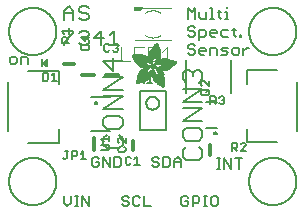
<source format=gbr>
G04 EAGLE Gerber RS-274X export*
G75*
%MOMM*%
%FSLAX34Y34*%
%LPD*%
%INSilkscreen Top*%
%IPPOS*%
%AMOC8*
5,1,8,0,0,1.08239X$1,22.5*%
G01*
%ADD10C,0.152400*%
%ADD11C,0.203200*%
%ADD12C,0.127000*%
%ADD13C,0.304800*%
%ADD14R,0.050800X0.006300*%
%ADD15R,0.082600X0.006400*%
%ADD16R,0.120600X0.006300*%
%ADD17R,0.139700X0.006400*%
%ADD18R,0.158800X0.006300*%
%ADD19R,0.177800X0.006400*%
%ADD20R,0.196800X0.006300*%
%ADD21R,0.215900X0.006400*%
%ADD22R,0.228600X0.006300*%
%ADD23R,0.241300X0.006400*%
%ADD24R,0.254000X0.006300*%
%ADD25R,0.266700X0.006400*%
%ADD26R,0.279400X0.006300*%
%ADD27R,0.285700X0.006400*%
%ADD28R,0.298400X0.006300*%
%ADD29R,0.311200X0.006400*%
%ADD30R,0.317500X0.006300*%
%ADD31R,0.330200X0.006400*%
%ADD32R,0.336600X0.006300*%
%ADD33R,0.349200X0.006400*%
%ADD34R,0.361900X0.006300*%
%ADD35R,0.368300X0.006400*%
%ADD36R,0.381000X0.006300*%
%ADD37R,0.387300X0.006400*%
%ADD38R,0.393700X0.006300*%
%ADD39R,0.406400X0.006400*%
%ADD40R,0.412700X0.006300*%
%ADD41R,0.419100X0.006400*%
%ADD42R,0.431800X0.006300*%
%ADD43R,0.438100X0.006400*%
%ADD44R,0.450800X0.006300*%
%ADD45R,0.457200X0.006400*%
%ADD46R,0.463500X0.006300*%
%ADD47R,0.476200X0.006400*%
%ADD48R,0.482600X0.006300*%
%ADD49R,0.488900X0.006400*%
%ADD50R,0.501600X0.006300*%
%ADD51R,0.508000X0.006400*%
%ADD52R,0.514300X0.006300*%
%ADD53R,0.527000X0.006400*%
%ADD54R,0.533400X0.006300*%
%ADD55R,0.546100X0.006400*%
%ADD56R,0.552400X0.006300*%
%ADD57R,0.558800X0.006400*%
%ADD58R,0.571500X0.006300*%
%ADD59R,0.577800X0.006400*%
%ADD60R,0.584200X0.006300*%
%ADD61R,0.596900X0.006400*%
%ADD62R,0.603200X0.006300*%
%ADD63R,0.609600X0.006400*%
%ADD64R,0.622300X0.006300*%
%ADD65R,0.628600X0.006400*%
%ADD66R,0.641300X0.006300*%
%ADD67R,0.647700X0.006400*%
%ADD68R,0.063500X0.006300*%
%ADD69R,0.654000X0.006300*%
%ADD70R,0.101600X0.006400*%
%ADD71R,0.666700X0.006400*%
%ADD72R,0.139700X0.006300*%
%ADD73R,0.673100X0.006300*%
%ADD74R,0.165100X0.006400*%
%ADD75R,0.679400X0.006400*%
%ADD76R,0.196900X0.006300*%
%ADD77R,0.692100X0.006300*%
%ADD78R,0.222200X0.006400*%
%ADD79R,0.698500X0.006400*%
%ADD80R,0.247700X0.006300*%
%ADD81R,0.704800X0.006300*%
%ADD82R,0.279400X0.006400*%
%ADD83R,0.717500X0.006400*%
%ADD84R,0.298500X0.006300*%
%ADD85R,0.723900X0.006300*%
%ADD86R,0.736600X0.006400*%
%ADD87R,0.342900X0.006300*%
%ADD88R,0.742900X0.006300*%
%ADD89R,0.374700X0.006400*%
%ADD90R,0.749300X0.006400*%
%ADD91R,0.762000X0.006300*%
%ADD92R,0.412700X0.006400*%
%ADD93R,0.768300X0.006400*%
%ADD94R,0.438100X0.006300*%
%ADD95R,0.774700X0.006300*%
%ADD96R,0.463600X0.006400*%
%ADD97R,0.787400X0.006400*%
%ADD98R,0.793700X0.006300*%
%ADD99R,0.495300X0.006400*%
%ADD100R,0.800100X0.006400*%
%ADD101R,0.520700X0.006300*%
%ADD102R,0.812800X0.006300*%
%ADD103R,0.533400X0.006400*%
%ADD104R,0.819100X0.006400*%
%ADD105R,0.558800X0.006300*%
%ADD106R,0.825500X0.006300*%
%ADD107R,0.577900X0.006400*%
%ADD108R,0.831800X0.006400*%
%ADD109R,0.596900X0.006300*%
%ADD110R,0.844500X0.006300*%
%ADD111R,0.616000X0.006400*%
%ADD112R,0.850900X0.006400*%
%ADD113R,0.635000X0.006300*%
%ADD114R,0.857200X0.006300*%
%ADD115R,0.654100X0.006400*%
%ADD116R,0.863600X0.006400*%
%ADD117R,0.666700X0.006300*%
%ADD118R,0.869900X0.006300*%
%ADD119R,0.685800X0.006400*%
%ADD120R,0.876300X0.006400*%
%ADD121R,0.882600X0.006300*%
%ADD122R,0.723900X0.006400*%
%ADD123R,0.889000X0.006400*%
%ADD124R,0.895300X0.006300*%
%ADD125R,0.755700X0.006400*%
%ADD126R,0.901700X0.006400*%
%ADD127R,0.908000X0.006300*%
%ADD128R,0.793800X0.006400*%
%ADD129R,0.914400X0.006400*%
%ADD130R,0.806400X0.006300*%
%ADD131R,0.920700X0.006300*%
%ADD132R,0.825500X0.006400*%
%ADD133R,0.927100X0.006400*%
%ADD134R,0.933400X0.006300*%
%ADD135R,0.857300X0.006400*%
%ADD136R,0.939800X0.006400*%
%ADD137R,0.870000X0.006300*%
%ADD138R,0.939800X0.006300*%
%ADD139R,0.946100X0.006400*%
%ADD140R,0.952500X0.006300*%
%ADD141R,0.908000X0.006400*%
%ADD142R,0.958800X0.006400*%
%ADD143R,0.965200X0.006300*%
%ADD144R,0.965200X0.006400*%
%ADD145R,0.971500X0.006300*%
%ADD146R,0.952500X0.006400*%
%ADD147R,0.977900X0.006400*%
%ADD148R,0.958800X0.006300*%
%ADD149R,0.984200X0.006300*%
%ADD150R,0.971500X0.006400*%
%ADD151R,0.984200X0.006400*%
%ADD152R,0.990600X0.006300*%
%ADD153R,0.984300X0.006400*%
%ADD154R,0.996900X0.006400*%
%ADD155R,0.997000X0.006300*%
%ADD156R,0.996900X0.006300*%
%ADD157R,1.003300X0.006400*%
%ADD158R,1.016000X0.006300*%
%ADD159R,1.009600X0.006300*%
%ADD160R,1.016000X0.006400*%
%ADD161R,1.009600X0.006400*%
%ADD162R,1.022300X0.006300*%
%ADD163R,1.028700X0.006400*%
%ADD164R,1.035100X0.006300*%
%ADD165R,1.047800X0.006400*%
%ADD166R,1.054100X0.006300*%
%ADD167R,1.028700X0.006300*%
%ADD168R,1.054100X0.006400*%
%ADD169R,1.035000X0.006400*%
%ADD170R,1.060400X0.006300*%
%ADD171R,1.035000X0.006300*%
%ADD172R,1.060500X0.006400*%
%ADD173R,1.041400X0.006400*%
%ADD174R,1.066800X0.006300*%
%ADD175R,1.041400X0.006300*%
%ADD176R,1.079500X0.006400*%
%ADD177R,1.047700X0.006400*%
%ADD178R,1.085900X0.006300*%
%ADD179R,1.047700X0.006300*%
%ADD180R,1.085800X0.006400*%
%ADD181R,1.092200X0.006300*%
%ADD182R,1.085900X0.006400*%
%ADD183R,1.098600X0.006300*%
%ADD184R,1.098600X0.006400*%
%ADD185R,1.060400X0.006400*%
%ADD186R,1.104900X0.006300*%
%ADD187R,1.104900X0.006400*%
%ADD188R,1.066800X0.006400*%
%ADD189R,1.111200X0.006300*%
%ADD190R,1.117600X0.006400*%
%ADD191R,1.117600X0.006300*%
%ADD192R,1.073100X0.006300*%
%ADD193R,1.073100X0.006400*%
%ADD194R,1.124000X0.006300*%
%ADD195R,1.079500X0.006300*%
%ADD196R,1.123900X0.006400*%
%ADD197R,1.130300X0.006300*%
%ADD198R,1.130300X0.006400*%
%ADD199R,1.136700X0.006400*%
%ADD200R,1.136700X0.006300*%
%ADD201R,1.085800X0.006300*%
%ADD202R,1.136600X0.006400*%
%ADD203R,1.136600X0.006300*%
%ADD204R,1.143000X0.006400*%
%ADD205R,1.143000X0.006300*%
%ADD206R,1.149400X0.006300*%
%ADD207R,1.149300X0.006300*%
%ADD208R,1.149300X0.006400*%
%ADD209R,1.149400X0.006400*%
%ADD210R,1.155700X0.006400*%
%ADD211R,1.155700X0.006300*%
%ADD212R,1.060500X0.006300*%
%ADD213R,2.197100X0.006400*%
%ADD214R,2.197100X0.006300*%
%ADD215R,2.184400X0.006300*%
%ADD216R,2.184400X0.006400*%
%ADD217R,2.171700X0.006400*%
%ADD218R,2.171700X0.006300*%
%ADD219R,1.530300X0.006400*%
%ADD220R,1.505000X0.006300*%
%ADD221R,1.492300X0.006400*%
%ADD222R,1.485900X0.006300*%
%ADD223R,0.565200X0.006300*%
%ADD224R,1.473200X0.006400*%
%ADD225R,0.565200X0.006400*%
%ADD226R,1.460500X0.006300*%
%ADD227R,1.454100X0.006400*%
%ADD228R,0.552400X0.006400*%
%ADD229R,1.441500X0.006300*%
%ADD230R,0.546100X0.006300*%
%ADD231R,1.435100X0.006400*%
%ADD232R,0.539800X0.006400*%
%ADD233R,1.428800X0.006300*%
%ADD234R,1.422400X0.006400*%
%ADD235R,1.409700X0.006300*%
%ADD236R,0.527100X0.006300*%
%ADD237R,1.403300X0.006400*%
%ADD238R,0.527100X0.006400*%
%ADD239R,1.390700X0.006300*%
%ADD240R,1.384300X0.006400*%
%ADD241R,0.520700X0.006400*%
%ADD242R,1.384300X0.006300*%
%ADD243R,0.514400X0.006300*%
%ADD244R,1.371600X0.006400*%
%ADD245R,1.365200X0.006300*%
%ADD246R,0.508000X0.006300*%
%ADD247R,1.352600X0.006400*%
%ADD248R,0.501700X0.006400*%
%ADD249R,0.711200X0.006300*%
%ADD250R,0.603300X0.006300*%
%ADD251R,0.501700X0.006300*%
%ADD252R,0.692100X0.006400*%
%ADD253R,0.571500X0.006400*%
%ADD254R,0.679400X0.006300*%
%ADD255R,0.495300X0.006300*%
%ADD256R,0.673100X0.006400*%
%ADD257R,0.666800X0.006300*%
%ADD258R,0.488900X0.006300*%
%ADD259R,0.660400X0.006400*%
%ADD260R,0.482600X0.006400*%
%ADD261R,0.476200X0.006300*%
%ADD262R,0.654000X0.006400*%
%ADD263R,0.469900X0.006400*%
%ADD264R,0.476300X0.006400*%
%ADD265R,0.647700X0.006300*%
%ADD266R,0.457200X0.006300*%
%ADD267R,0.469900X0.006300*%
%ADD268R,0.641300X0.006400*%
%ADD269R,0.444500X0.006400*%
%ADD270R,0.463600X0.006300*%
%ADD271R,0.635000X0.006400*%
%ADD272R,0.463500X0.006400*%
%ADD273R,0.393700X0.006400*%
%ADD274R,0.450800X0.006400*%
%ADD275R,0.628600X0.006300*%
%ADD276R,0.387400X0.006300*%
%ADD277R,0.450900X0.006300*%
%ADD278R,0.628700X0.006400*%
%ADD279R,0.374600X0.006400*%
%ADD280R,0.368300X0.006300*%
%ADD281R,0.438200X0.006300*%
%ADD282R,0.622300X0.006400*%
%ADD283R,0.355600X0.006400*%
%ADD284R,0.431800X0.006400*%
%ADD285R,0.349300X0.006300*%
%ADD286R,0.425400X0.006300*%
%ADD287R,0.615900X0.006300*%
%ADD288R,0.330200X0.006300*%
%ADD289R,0.419100X0.006300*%
%ADD290R,0.616000X0.006300*%
%ADD291R,0.311200X0.006300*%
%ADD292R,0.406400X0.006300*%
%ADD293R,0.615900X0.006400*%
%ADD294R,0.304800X0.006400*%
%ADD295R,0.158800X0.006400*%
%ADD296R,0.609600X0.006300*%
%ADD297R,0.292100X0.006300*%
%ADD298R,0.235000X0.006300*%
%ADD299R,0.387400X0.006400*%
%ADD300R,0.292100X0.006400*%
%ADD301R,0.336500X0.006300*%
%ADD302R,0.260400X0.006300*%
%ADD303R,0.603300X0.006400*%
%ADD304R,0.260400X0.006400*%
%ADD305R,0.362000X0.006400*%
%ADD306R,0.450900X0.006400*%
%ADD307R,0.355600X0.006300*%
%ADD308R,0.342900X0.006400*%
%ADD309R,0.514300X0.006400*%
%ADD310R,0.234900X0.006300*%
%ADD311R,0.539700X0.006300*%
%ADD312R,0.603200X0.006400*%
%ADD313R,0.234900X0.006400*%
%ADD314R,0.920700X0.006400*%
%ADD315R,0.958900X0.006400*%
%ADD316R,0.215900X0.006300*%
%ADD317R,0.209600X0.006400*%
%ADD318R,0.203200X0.006300*%
%ADD319R,1.003300X0.006300*%
%ADD320R,0.203200X0.006400*%
%ADD321R,0.196900X0.006400*%
%ADD322R,0.190500X0.006300*%
%ADD323R,0.190500X0.006400*%
%ADD324R,0.184200X0.006300*%
%ADD325R,0.590500X0.006400*%
%ADD326R,0.184200X0.006400*%
%ADD327R,0.590500X0.006300*%
%ADD328R,0.177800X0.006300*%
%ADD329R,0.584200X0.006400*%
%ADD330R,1.168400X0.006400*%
%ADD331R,0.171500X0.006300*%
%ADD332R,1.187500X0.006300*%
%ADD333R,1.200100X0.006400*%
%ADD334R,0.577800X0.006300*%
%ADD335R,1.212900X0.006300*%
%ADD336R,1.231900X0.006400*%
%ADD337R,1.250900X0.006300*%
%ADD338R,0.565100X0.006400*%
%ADD339R,0.184100X0.006400*%
%ADD340R,1.263700X0.006400*%
%ADD341R,0.565100X0.006300*%
%ADD342R,1.289100X0.006300*%
%ADD343R,1.314400X0.006400*%
%ADD344R,0.552500X0.006300*%
%ADD345R,1.568500X0.006300*%
%ADD346R,0.552500X0.006400*%
%ADD347R,1.581200X0.006400*%
%ADD348R,1.593800X0.006300*%
%ADD349R,1.606500X0.006400*%
%ADD350R,1.619300X0.006300*%
%ADD351R,0.514400X0.006400*%
%ADD352R,1.638300X0.006400*%
%ADD353R,1.657300X0.006300*%
%ADD354R,2.209800X0.006400*%
%ADD355R,2.425700X0.006300*%
%ADD356R,2.470100X0.006400*%
%ADD357R,2.501900X0.006300*%
%ADD358R,2.533700X0.006400*%
%ADD359R,2.559000X0.006300*%
%ADD360R,2.584500X0.006400*%
%ADD361R,2.609900X0.006300*%
%ADD362R,2.628900X0.006400*%
%ADD363R,2.660600X0.006300*%
%ADD364R,2.673400X0.006400*%
%ADD365R,1.422400X0.006300*%
%ADD366R,1.200200X0.006300*%
%ADD367R,1.365300X0.006300*%
%ADD368R,1.365300X0.006400*%
%ADD369R,1.352500X0.006300*%
%ADD370R,1.098500X0.006300*%
%ADD371R,1.358900X0.006400*%
%ADD372R,1.352600X0.006300*%
%ADD373R,1.358900X0.006300*%
%ADD374R,1.371600X0.006300*%
%ADD375R,1.377900X0.006400*%
%ADD376R,1.397000X0.006400*%
%ADD377R,1.403300X0.006300*%
%ADD378R,0.914400X0.006300*%
%ADD379R,0.876300X0.006300*%
%ADD380R,0.374600X0.006300*%
%ADD381R,1.073200X0.006400*%
%ADD382R,0.374700X0.006300*%
%ADD383R,0.844600X0.006400*%
%ADD384R,0.844600X0.006300*%
%ADD385R,0.831900X0.006400*%
%ADD386R,1.092200X0.006400*%
%ADD387R,0.400000X0.006300*%
%ADD388R,0.819200X0.006400*%
%ADD389R,1.111300X0.006400*%
%ADD390R,0.812800X0.006400*%
%ADD391R,0.800100X0.006300*%
%ADD392R,0.476300X0.006300*%
%ADD393R,1.181100X0.006300*%
%ADD394R,0.501600X0.006400*%
%ADD395R,1.193800X0.006400*%
%ADD396R,0.781000X0.006400*%
%ADD397R,1.238200X0.006400*%
%ADD398R,0.781100X0.006300*%
%ADD399R,1.257300X0.006300*%
%ADD400R,1.295400X0.006400*%
%ADD401R,1.333500X0.006300*%
%ADD402R,0.774700X0.006400*%
%ADD403R,1.866900X0.006400*%
%ADD404R,0.209600X0.006300*%
%ADD405R,1.866900X0.006300*%
%ADD406R,0.768400X0.006400*%
%ADD407R,0.209500X0.006400*%
%ADD408R,1.860600X0.006400*%
%ADD409R,0.762000X0.006400*%
%ADD410R,0.768400X0.006300*%
%ADD411R,1.860600X0.006300*%
%ADD412R,1.860500X0.006400*%
%ADD413R,0.222300X0.006300*%
%ADD414R,1.854200X0.006300*%
%ADD415R,0.235000X0.006400*%
%ADD416R,1.854200X0.006400*%
%ADD417R,0.768300X0.006300*%
%ADD418R,0.260300X0.006400*%
%ADD419R,1.847800X0.006400*%
%ADD420R,0.266700X0.006300*%
%ADD421R,1.847800X0.006300*%
%ADD422R,0.273100X0.006400*%
%ADD423R,1.841500X0.006400*%
%ADD424R,0.285800X0.006300*%
%ADD425R,1.841500X0.006300*%
%ADD426R,0.298500X0.006400*%
%ADD427R,1.835100X0.006400*%
%ADD428R,0.781000X0.006300*%
%ADD429R,0.304800X0.006300*%
%ADD430R,1.835100X0.006300*%
%ADD431R,0.317500X0.006400*%
%ADD432R,1.828800X0.006400*%
%ADD433R,0.787400X0.006300*%
%ADD434R,0.323800X0.006300*%
%ADD435R,1.828800X0.006300*%
%ADD436R,0.793700X0.006400*%
%ADD437R,1.822400X0.006400*%
%ADD438R,0.806500X0.006300*%
%ADD439R,1.822400X0.006300*%
%ADD440R,1.816100X0.006400*%
%ADD441R,0.819100X0.006300*%
%ADD442R,0.387300X0.006300*%
%ADD443R,1.816100X0.006300*%
%ADD444R,1.809800X0.006400*%
%ADD445R,1.803400X0.006300*%
%ADD446R,1.797000X0.006400*%
%ADD447R,0.901700X0.006300*%
%ADD448R,1.797000X0.006300*%
%ADD449R,1.441400X0.006400*%
%ADD450R,1.790700X0.006400*%
%ADD451R,1.447800X0.006300*%
%ADD452R,1.784300X0.006300*%
%ADD453R,1.447800X0.006400*%
%ADD454R,1.784300X0.006400*%
%ADD455R,1.454100X0.006300*%
%ADD456R,1.771700X0.006300*%
%ADD457R,1.460500X0.006400*%
%ADD458R,1.759000X0.006400*%
%ADD459R,1.466800X0.006300*%
%ADD460R,1.752600X0.006300*%
%ADD461R,1.466800X0.006400*%
%ADD462R,1.739900X0.006400*%
%ADD463R,1.473200X0.006300*%
%ADD464R,1.727200X0.006300*%
%ADD465R,1.479500X0.006400*%
%ADD466R,1.714500X0.006400*%
%ADD467R,1.695400X0.006300*%
%ADD468R,1.485900X0.006400*%
%ADD469R,1.682700X0.006400*%
%ADD470R,1.492200X0.006300*%
%ADD471R,1.663700X0.006300*%
%ADD472R,1.498600X0.006400*%
%ADD473R,1.644600X0.006400*%
%ADD474R,1.498600X0.006300*%
%ADD475R,1.619200X0.006300*%
%ADD476R,1.511300X0.006400*%
%ADD477R,1.600200X0.006400*%
%ADD478R,1.517700X0.006300*%
%ADD479R,1.574800X0.006300*%
%ADD480R,1.524000X0.006400*%
%ADD481R,1.555800X0.006400*%
%ADD482R,1.524000X0.006300*%
%ADD483R,1.536700X0.006300*%
%ADD484R,1.530400X0.006400*%
%ADD485R,1.517700X0.006400*%
%ADD486R,1.492300X0.006300*%
%ADD487R,1.549400X0.006400*%
%ADD488R,1.479600X0.006400*%
%ADD489R,1.549400X0.006300*%
%ADD490R,1.555700X0.006400*%
%ADD491R,1.562100X0.006300*%
%ADD492R,0.323900X0.006300*%
%ADD493R,1.568400X0.006400*%
%ADD494R,0.336600X0.006400*%
%ADD495R,1.587500X0.006300*%
%ADD496R,0.971600X0.006300*%
%ADD497R,0.349300X0.006400*%
%ADD498R,1.600200X0.006300*%
%ADD499R,0.920800X0.006300*%
%ADD500R,0.882700X0.006400*%
%ADD501R,1.612900X0.006300*%
%ADD502R,0.362000X0.006300*%
%ADD503R,1.625600X0.006400*%
%ADD504R,1.625600X0.006300*%
%ADD505R,1.644600X0.006300*%
%ADD506R,0.736600X0.006300*%
%ADD507R,0.717600X0.006400*%
%ADD508R,1.657400X0.006300*%
%ADD509R,0.679500X0.006300*%
%ADD510R,1.663700X0.006400*%
%ADD511R,0.400000X0.006400*%
%ADD512R,1.676400X0.006300*%
%ADD513R,1.676400X0.006400*%
%ADD514R,0.425500X0.006400*%
%ADD515R,1.352500X0.006400*%
%ADD516R,0.444500X0.006300*%
%ADD517R,0.361900X0.006400*%
%ADD518R,0.088900X0.006300*%
%ADD519R,1.009700X0.006300*%
%ADD520R,1.009700X0.006400*%
%ADD521R,1.022300X0.006400*%
%ADD522R,1.346200X0.006400*%
%ADD523R,1.346200X0.006300*%
%ADD524R,1.339900X0.006400*%
%ADD525R,1.035100X0.006400*%
%ADD526R,1.339800X0.006300*%
%ADD527R,1.333500X0.006400*%
%ADD528R,1.327200X0.006400*%
%ADD529R,1.320800X0.006300*%
%ADD530R,1.314500X0.006400*%
%ADD531R,1.314400X0.006300*%
%ADD532R,1.301700X0.006400*%
%ADD533R,1.295400X0.006300*%
%ADD534R,1.289000X0.006400*%
%ADD535R,1.276300X0.006300*%
%ADD536R,1.251000X0.006300*%
%ADD537R,1.244600X0.006400*%
%ADD538R,1.231900X0.006300*%
%ADD539R,1.212800X0.006400*%
%ADD540R,1.200100X0.006300*%
%ADD541R,1.187400X0.006400*%
%ADD542R,1.168400X0.006300*%
%ADD543R,1.047800X0.006300*%
%ADD544R,0.977900X0.006300*%
%ADD545R,0.946200X0.006400*%
%ADD546R,0.933400X0.006400*%
%ADD547R,0.895300X0.006400*%
%ADD548R,0.882700X0.006300*%
%ADD549R,0.863600X0.006300*%
%ADD550R,0.857200X0.006400*%
%ADD551R,0.850900X0.006300*%
%ADD552R,0.838200X0.006300*%
%ADD553R,0.806500X0.006400*%
%ADD554R,0.717600X0.006300*%
%ADD555R,0.711200X0.006400*%
%ADD556R,0.641400X0.006400*%
%ADD557R,0.641400X0.006300*%
%ADD558R,0.628700X0.006300*%
%ADD559R,0.590600X0.006300*%
%ADD560R,0.539700X0.006400*%
%ADD561R,0.285700X0.006300*%
%ADD562R,0.222200X0.006300*%
%ADD563R,0.171400X0.006300*%
%ADD564R,0.152400X0.006400*%
%ADD565R,0.133400X0.006300*%
%ADD566R,0.127000X0.762000*%
%ADD567C,0.101600*%

G36*
X117008Y169994D02*
X117008Y169994D01*
X117015Y169993D01*
X117105Y170014D01*
X117197Y170032D01*
X117203Y170037D01*
X117211Y170039D01*
X117359Y170141D01*
X119109Y171891D01*
X119110Y171894D01*
X119112Y171895D01*
X119165Y171976D01*
X119220Y172058D01*
X119220Y172061D01*
X119222Y172063D01*
X119239Y172159D01*
X119257Y172255D01*
X119257Y172258D01*
X119257Y172260D01*
X119236Y172357D01*
X119216Y172451D01*
X119214Y172453D01*
X119214Y172456D01*
X119157Y172536D01*
X119101Y172616D01*
X119099Y172617D01*
X119098Y172619D01*
X119015Y172671D01*
X118932Y172723D01*
X118930Y172724D01*
X118927Y172725D01*
X118750Y172757D01*
X111500Y172757D01*
X111495Y172756D01*
X111490Y172757D01*
X111397Y172736D01*
X111304Y172718D01*
X111299Y172715D01*
X111294Y172714D01*
X111216Y172658D01*
X111138Y172605D01*
X111135Y172601D01*
X111131Y172598D01*
X111080Y172516D01*
X111028Y172437D01*
X111028Y172432D01*
X111025Y172427D01*
X110993Y172250D01*
X110993Y170500D01*
X110994Y170495D01*
X110993Y170490D01*
X111014Y170397D01*
X111032Y170304D01*
X111035Y170299D01*
X111036Y170294D01*
X111092Y170216D01*
X111145Y170138D01*
X111149Y170135D01*
X111152Y170131D01*
X111234Y170080D01*
X111313Y170028D01*
X111318Y170028D01*
X111323Y170025D01*
X111500Y169993D01*
X117000Y169993D01*
X117008Y169994D01*
G37*
G36*
X37348Y122433D02*
X37348Y122433D01*
X37377Y122430D01*
X37469Y122450D01*
X37562Y122463D01*
X37589Y122476D01*
X37618Y122482D01*
X37698Y122530D01*
X37782Y122572D01*
X37803Y122593D01*
X37829Y122608D01*
X37890Y122680D01*
X37956Y122746D01*
X37969Y122772D01*
X37989Y122795D01*
X38024Y122882D01*
X38066Y122966D01*
X38070Y122996D01*
X38081Y123023D01*
X38099Y123190D01*
X38099Y128270D01*
X38094Y128299D01*
X38097Y128329D01*
X38075Y128420D01*
X38060Y128513D01*
X38046Y128539D01*
X38039Y128568D01*
X37988Y128647D01*
X37944Y128730D01*
X37923Y128751D01*
X37907Y128776D01*
X37834Y128835D01*
X37766Y128900D01*
X37739Y128912D01*
X37716Y128931D01*
X37628Y128964D01*
X37543Y129003D01*
X37513Y129006D01*
X37486Y129017D01*
X37392Y129020D01*
X37299Y129030D01*
X37269Y129024D01*
X37240Y129025D01*
X37150Y128998D01*
X37058Y128978D01*
X37033Y128963D01*
X37004Y128954D01*
X36862Y128864D01*
X33687Y126324D01*
X33618Y126247D01*
X33545Y126174D01*
X33536Y126157D01*
X33523Y126142D01*
X33481Y126046D01*
X33435Y125954D01*
X33433Y125934D01*
X33425Y125916D01*
X33416Y125813D01*
X33402Y125710D01*
X33406Y125691D01*
X33404Y125671D01*
X33429Y125570D01*
X33448Y125468D01*
X33458Y125451D01*
X33462Y125432D01*
X33518Y125345D01*
X33569Y125254D01*
X33586Y125237D01*
X33594Y125224D01*
X33619Y125204D01*
X33687Y125136D01*
X36862Y122596D01*
X36888Y122581D01*
X36910Y122561D01*
X36995Y122521D01*
X37077Y122475D01*
X37106Y122469D01*
X37133Y122457D01*
X37226Y122447D01*
X37318Y122429D01*
X37348Y122433D01*
G37*
D10*
X51788Y13215D02*
X51788Y7453D01*
X54670Y4572D01*
X57551Y7453D01*
X57551Y13215D01*
X61144Y4572D02*
X64025Y4572D01*
X62584Y4572D02*
X62584Y13215D01*
X61144Y13215D02*
X64025Y13215D01*
X67380Y13215D02*
X67380Y4572D01*
X73143Y4572D02*
X67380Y13215D01*
X73143Y13215D02*
X73143Y4572D01*
X81391Y44795D02*
X79951Y46235D01*
X77070Y46235D01*
X75629Y44795D01*
X75629Y39033D01*
X77070Y37592D01*
X79951Y37592D01*
X81391Y39033D01*
X81391Y41914D01*
X78510Y41914D01*
X84984Y46235D02*
X84984Y37592D01*
X90747Y37592D02*
X84984Y46235D01*
X90747Y46235D02*
X90747Y37592D01*
X94340Y37592D02*
X94340Y46235D01*
X94340Y37592D02*
X98661Y37592D01*
X100102Y39033D01*
X100102Y44795D01*
X98661Y46235D01*
X94340Y46235D01*
X105351Y13215D02*
X106791Y11775D01*
X105351Y13215D02*
X102470Y13215D01*
X101029Y11775D01*
X101029Y10334D01*
X102470Y8894D01*
X105351Y8894D01*
X106791Y7453D01*
X106791Y6013D01*
X105351Y4572D01*
X102470Y4572D01*
X101029Y6013D01*
X114706Y13215D02*
X116147Y11775D01*
X114706Y13215D02*
X111825Y13215D01*
X110384Y11775D01*
X110384Y6013D01*
X111825Y4572D01*
X114706Y4572D01*
X116147Y6013D01*
X119740Y4572D02*
X119740Y13215D01*
X119740Y4572D02*
X125502Y4572D01*
X132191Y44795D02*
X130751Y46235D01*
X127870Y46235D01*
X126429Y44795D01*
X126429Y43354D01*
X127870Y41914D01*
X130751Y41914D01*
X132191Y40473D01*
X132191Y39033D01*
X130751Y37592D01*
X127870Y37592D01*
X126429Y39033D01*
X135784Y37592D02*
X135784Y46235D01*
X135784Y37592D02*
X140106Y37592D01*
X141547Y39033D01*
X141547Y44795D01*
X140106Y46235D01*
X135784Y46235D01*
X145140Y43354D02*
X145140Y37592D01*
X145140Y43354D02*
X148021Y46235D01*
X150902Y43354D01*
X150902Y37592D01*
X150902Y41914D02*
X145140Y41914D01*
X181328Y36322D02*
X184210Y36322D01*
X182769Y36322D02*
X182769Y44965D01*
X181328Y44965D02*
X184210Y44965D01*
X187565Y44965D02*
X187565Y36322D01*
X193327Y36322D02*
X187565Y44965D01*
X193327Y44965D02*
X193327Y36322D01*
X199802Y36322D02*
X199802Y44965D01*
X202683Y44965D02*
X196920Y44965D01*
X157013Y11775D02*
X155573Y13215D01*
X152691Y13215D01*
X151251Y11775D01*
X151251Y6013D01*
X152691Y4572D01*
X155573Y4572D01*
X157013Y6013D01*
X157013Y8894D01*
X154132Y8894D01*
X160606Y13215D02*
X160606Y4572D01*
X160606Y13215D02*
X164928Y13215D01*
X166368Y11775D01*
X166368Y8894D01*
X164928Y7453D01*
X160606Y7453D01*
X169961Y4572D02*
X172842Y4572D01*
X171402Y4572D02*
X171402Y13215D01*
X172842Y13215D02*
X169961Y13215D01*
X177639Y13215D02*
X180520Y13215D01*
X177639Y13215D02*
X176198Y11775D01*
X176198Y6013D01*
X177639Y4572D01*
X180520Y4572D01*
X181960Y6013D01*
X181960Y11775D01*
X180520Y13215D01*
D11*
X51816Y161989D02*
X51816Y169954D01*
X55799Y173937D01*
X59781Y169954D01*
X59781Y161989D01*
X59781Y167963D02*
X51816Y167963D01*
X70653Y173937D02*
X72645Y171945D01*
X70653Y173937D02*
X66671Y173937D01*
X64679Y171945D01*
X64679Y169954D01*
X66671Y167963D01*
X70653Y167963D01*
X72645Y165971D01*
X72645Y163980D01*
X70653Y161989D01*
X66671Y161989D01*
X64679Y163980D01*
X59781Y152982D02*
X51816Y152982D01*
X59781Y152982D02*
X59781Y150990D01*
X51816Y143025D01*
X51816Y141034D01*
X64679Y150990D02*
X66671Y152982D01*
X70653Y152982D01*
X72645Y150990D01*
X72645Y148999D01*
X70653Y147008D01*
X68662Y147008D01*
X70653Y147008D02*
X72645Y145016D01*
X72645Y143025D01*
X70653Y141034D01*
X66671Y141034D01*
X64679Y143025D01*
X83517Y141034D02*
X83517Y152982D01*
X77543Y147008D01*
X85508Y147008D01*
X90406Y148999D02*
X94389Y152982D01*
X94389Y141034D01*
X90406Y141034D02*
X98372Y141034D01*
D10*
X156972Y163322D02*
X156972Y171965D01*
X159853Y169084D01*
X162734Y171965D01*
X162734Y163322D01*
X166327Y164763D02*
X166327Y169084D01*
X166327Y164763D02*
X167768Y163322D01*
X172089Y163322D01*
X172089Y169084D01*
X175682Y171965D02*
X177123Y171965D01*
X177123Y163322D01*
X175682Y163322D02*
X178564Y163322D01*
X183360Y164763D02*
X183360Y170525D01*
X183360Y164763D02*
X184800Y163322D01*
X184800Y169084D02*
X181919Y169084D01*
X188156Y169084D02*
X189597Y169084D01*
X189597Y163322D01*
X191037Y163322D02*
X188156Y163322D01*
X189597Y171965D02*
X189597Y173406D01*
X162734Y155285D02*
X161294Y156725D01*
X158413Y156725D01*
X156972Y155285D01*
X156972Y153844D01*
X158413Y152404D01*
X161294Y152404D01*
X162734Y150963D01*
X162734Y149523D01*
X161294Y148082D01*
X158413Y148082D01*
X156972Y149523D01*
X166327Y153844D02*
X166327Y145201D01*
X166327Y153844D02*
X170649Y153844D01*
X172089Y152404D01*
X172089Y149523D01*
X170649Y148082D01*
X166327Y148082D01*
X177123Y148082D02*
X180004Y148082D01*
X177123Y148082D02*
X175682Y149523D01*
X175682Y152404D01*
X177123Y153844D01*
X180004Y153844D01*
X181445Y152404D01*
X181445Y150963D01*
X175682Y150963D01*
X186478Y153844D02*
X190800Y153844D01*
X186478Y153844D02*
X185038Y152404D01*
X185038Y149523D01*
X186478Y148082D01*
X190800Y148082D01*
X195833Y149523D02*
X195833Y155285D01*
X195833Y149523D02*
X197274Y148082D01*
X197274Y153844D02*
X194393Y153844D01*
X200630Y149523D02*
X200630Y148082D01*
X200630Y149523D02*
X202070Y149523D01*
X202070Y148082D01*
X200630Y148082D01*
X162734Y140045D02*
X161294Y141485D01*
X158413Y141485D01*
X156972Y140045D01*
X156972Y138604D01*
X158413Y137164D01*
X161294Y137164D01*
X162734Y135723D01*
X162734Y134283D01*
X161294Y132842D01*
X158413Y132842D01*
X156972Y134283D01*
X167768Y132842D02*
X170649Y132842D01*
X167768Y132842D02*
X166327Y134283D01*
X166327Y137164D01*
X167768Y138604D01*
X170649Y138604D01*
X172089Y137164D01*
X172089Y135723D01*
X166327Y135723D01*
X175682Y132842D02*
X175682Y138604D01*
X180004Y138604D01*
X181445Y137164D01*
X181445Y132842D01*
X185038Y132842D02*
X189359Y132842D01*
X190800Y134283D01*
X189359Y135723D01*
X186478Y135723D01*
X185038Y137164D01*
X186478Y138604D01*
X190800Y138604D01*
X195833Y132842D02*
X198714Y132842D01*
X200155Y134283D01*
X200155Y137164D01*
X198714Y138604D01*
X195833Y138604D01*
X194393Y137164D01*
X194393Y134283D01*
X195833Y132842D01*
X203748Y132842D02*
X203748Y138604D01*
X203748Y135723D02*
X206629Y138604D01*
X208070Y138604D01*
D12*
X10164Y125095D02*
X7198Y125095D01*
X10164Y125095D02*
X11647Y126578D01*
X11647Y129544D01*
X10164Y131027D01*
X7198Y131027D01*
X5715Y129544D01*
X5715Y126578D01*
X7198Y125095D01*
X15070Y125095D02*
X15070Y131027D01*
X19519Y131027D01*
X21002Y129544D01*
X21002Y125095D01*
D13*
X77470Y62230D02*
X77470Y52070D01*
D10*
X97276Y53869D02*
X98378Y54970D01*
X97276Y53869D02*
X97276Y51665D01*
X98378Y50564D01*
X102784Y50564D01*
X103886Y51665D01*
X103886Y53869D01*
X102784Y54970D01*
X103886Y58048D02*
X103886Y62454D01*
X103886Y58048D02*
X99480Y62454D01*
X98378Y62454D01*
X97276Y61353D01*
X97276Y59149D01*
X98378Y58048D01*
D13*
X97790Y115570D02*
X87630Y115570D01*
D10*
X90258Y140890D02*
X89157Y141992D01*
X86954Y141992D01*
X85852Y140890D01*
X85852Y136484D01*
X86954Y135382D01*
X89157Y135382D01*
X90258Y136484D01*
X93336Y140890D02*
X94438Y141992D01*
X96641Y141992D01*
X97743Y140890D01*
X97743Y139788D01*
X96641Y138687D01*
X95539Y138687D01*
X96641Y138687D02*
X97743Y137585D01*
X97743Y136484D01*
X96641Y135382D01*
X94438Y135382D01*
X93336Y136484D01*
D13*
X110490Y59880D02*
X110490Y51880D01*
D10*
X107209Y46234D02*
X108310Y45132D01*
X107209Y46234D02*
X105005Y46234D01*
X103904Y45132D01*
X103904Y40726D01*
X105005Y39624D01*
X107209Y39624D01*
X108310Y40726D01*
X111388Y44030D02*
X113591Y46234D01*
X113591Y39624D01*
X111388Y39624D02*
X115794Y39624D01*
D11*
X154990Y100300D02*
X154990Y128300D01*
X192990Y128300D02*
X192990Y100300D01*
D10*
X175784Y97544D02*
X175784Y90934D01*
X175784Y97544D02*
X179089Y97544D01*
X180190Y96442D01*
X180190Y94239D01*
X179089Y93137D01*
X175784Y93137D01*
X177987Y93137D02*
X180190Y90934D01*
X183268Y96442D02*
X184369Y97544D01*
X186573Y97544D01*
X187674Y96442D01*
X187674Y95340D01*
X186573Y94239D01*
X185471Y94239D01*
X186573Y94239D02*
X187674Y93137D01*
X187674Y92036D01*
X186573Y90934D01*
X184369Y90934D01*
X183268Y92036D01*
D11*
X181030Y70280D02*
X172030Y70280D01*
X172030Y92280D02*
X181030Y92280D01*
X179030Y66280D02*
X179032Y66343D01*
X179038Y66405D01*
X179048Y66467D01*
X179061Y66529D01*
X179079Y66589D01*
X179100Y66648D01*
X179125Y66706D01*
X179154Y66762D01*
X179186Y66816D01*
X179221Y66868D01*
X179259Y66917D01*
X179301Y66965D01*
X179345Y67009D01*
X179393Y67051D01*
X179442Y67089D01*
X179494Y67124D01*
X179548Y67156D01*
X179604Y67185D01*
X179662Y67210D01*
X179721Y67231D01*
X179781Y67249D01*
X179843Y67262D01*
X179905Y67272D01*
X179967Y67278D01*
X180030Y67280D01*
X180093Y67278D01*
X180155Y67272D01*
X180217Y67262D01*
X180279Y67249D01*
X180339Y67231D01*
X180398Y67210D01*
X180456Y67185D01*
X180512Y67156D01*
X180566Y67124D01*
X180618Y67089D01*
X180667Y67051D01*
X180715Y67009D01*
X180759Y66965D01*
X180801Y66917D01*
X180839Y66868D01*
X180874Y66816D01*
X180906Y66762D01*
X180935Y66706D01*
X180960Y66648D01*
X180981Y66589D01*
X180999Y66529D01*
X181012Y66467D01*
X181022Y66405D01*
X181028Y66343D01*
X181030Y66280D01*
X181028Y66217D01*
X181022Y66155D01*
X181012Y66093D01*
X180999Y66031D01*
X180981Y65971D01*
X180960Y65912D01*
X180935Y65854D01*
X180906Y65798D01*
X180874Y65744D01*
X180839Y65692D01*
X180801Y65643D01*
X180759Y65595D01*
X180715Y65551D01*
X180667Y65509D01*
X180618Y65471D01*
X180566Y65436D01*
X180512Y65404D01*
X180456Y65375D01*
X180398Y65350D01*
X180339Y65329D01*
X180279Y65311D01*
X180217Y65298D01*
X180155Y65288D01*
X180093Y65282D01*
X180030Y65280D01*
X179967Y65282D01*
X179905Y65288D01*
X179843Y65298D01*
X179781Y65311D01*
X179721Y65329D01*
X179662Y65350D01*
X179604Y65375D01*
X179548Y65404D01*
X179494Y65436D01*
X179442Y65471D01*
X179393Y65509D01*
X179345Y65551D01*
X179301Y65595D01*
X179259Y65643D01*
X179221Y65692D01*
X179186Y65744D01*
X179154Y65798D01*
X179125Y65854D01*
X179100Y65912D01*
X179079Y65971D01*
X179061Y66031D01*
X179048Y66093D01*
X179038Y66155D01*
X179032Y66217D01*
X179030Y66280D01*
D10*
X173396Y98552D02*
X168990Y98552D01*
X167888Y99654D01*
X167888Y101857D01*
X168990Y102958D01*
X173396Y102958D01*
X174498Y101857D01*
X174498Y99654D01*
X173396Y98552D01*
X172295Y100755D02*
X174498Y102958D01*
X174498Y106036D02*
X174498Y110443D01*
X170092Y110443D02*
X174498Y106036D01*
X170092Y110443D02*
X168990Y110443D01*
X167888Y109341D01*
X167888Y107138D01*
X168990Y106036D01*
X51902Y44450D02*
X50800Y45552D01*
X51902Y44450D02*
X53003Y44450D01*
X54105Y45552D01*
X54105Y51060D01*
X55206Y51060D02*
X53003Y51060D01*
X58284Y51060D02*
X58284Y44450D01*
X58284Y51060D02*
X61589Y51060D01*
X62691Y49958D01*
X62691Y47755D01*
X61589Y46653D01*
X58284Y46653D01*
X65768Y48856D02*
X67972Y51060D01*
X67972Y44450D01*
X70175Y44450D02*
X65768Y44450D01*
D11*
X5400Y152400D02*
X5406Y152891D01*
X5424Y153381D01*
X5454Y153871D01*
X5496Y154360D01*
X5550Y154848D01*
X5616Y155335D01*
X5694Y155819D01*
X5784Y156302D01*
X5886Y156782D01*
X5999Y157260D01*
X6124Y157734D01*
X6261Y158206D01*
X6409Y158674D01*
X6569Y159138D01*
X6740Y159598D01*
X6922Y160054D01*
X7116Y160505D01*
X7320Y160951D01*
X7536Y161392D01*
X7762Y161828D01*
X7998Y162258D01*
X8245Y162682D01*
X8503Y163100D01*
X8771Y163511D01*
X9048Y163916D01*
X9336Y164314D01*
X9633Y164705D01*
X9940Y165088D01*
X10256Y165463D01*
X10581Y165831D01*
X10915Y166191D01*
X11258Y166542D01*
X11609Y166885D01*
X11969Y167219D01*
X12337Y167544D01*
X12712Y167860D01*
X13095Y168167D01*
X13486Y168464D01*
X13884Y168752D01*
X14289Y169029D01*
X14700Y169297D01*
X15118Y169555D01*
X15542Y169802D01*
X15972Y170038D01*
X16408Y170264D01*
X16849Y170480D01*
X17295Y170684D01*
X17746Y170878D01*
X18202Y171060D01*
X18662Y171231D01*
X19126Y171391D01*
X19594Y171539D01*
X20066Y171676D01*
X20540Y171801D01*
X21018Y171914D01*
X21498Y172016D01*
X21981Y172106D01*
X22465Y172184D01*
X22952Y172250D01*
X23440Y172304D01*
X23929Y172346D01*
X24419Y172376D01*
X24909Y172394D01*
X25400Y172400D01*
X25891Y172394D01*
X26381Y172376D01*
X26871Y172346D01*
X27360Y172304D01*
X27848Y172250D01*
X28335Y172184D01*
X28819Y172106D01*
X29302Y172016D01*
X29782Y171914D01*
X30260Y171801D01*
X30734Y171676D01*
X31206Y171539D01*
X31674Y171391D01*
X32138Y171231D01*
X32598Y171060D01*
X33054Y170878D01*
X33505Y170684D01*
X33951Y170480D01*
X34392Y170264D01*
X34828Y170038D01*
X35258Y169802D01*
X35682Y169555D01*
X36100Y169297D01*
X36511Y169029D01*
X36916Y168752D01*
X37314Y168464D01*
X37705Y168167D01*
X38088Y167860D01*
X38463Y167544D01*
X38831Y167219D01*
X39191Y166885D01*
X39542Y166542D01*
X39885Y166191D01*
X40219Y165831D01*
X40544Y165463D01*
X40860Y165088D01*
X41167Y164705D01*
X41464Y164314D01*
X41752Y163916D01*
X42029Y163511D01*
X42297Y163100D01*
X42555Y162682D01*
X42802Y162258D01*
X43038Y161828D01*
X43264Y161392D01*
X43480Y160951D01*
X43684Y160505D01*
X43878Y160054D01*
X44060Y159598D01*
X44231Y159138D01*
X44391Y158674D01*
X44539Y158206D01*
X44676Y157734D01*
X44801Y157260D01*
X44914Y156782D01*
X45016Y156302D01*
X45106Y155819D01*
X45184Y155335D01*
X45250Y154848D01*
X45304Y154360D01*
X45346Y153871D01*
X45376Y153381D01*
X45394Y152891D01*
X45400Y152400D01*
X45394Y151909D01*
X45376Y151419D01*
X45346Y150929D01*
X45304Y150440D01*
X45250Y149952D01*
X45184Y149465D01*
X45106Y148981D01*
X45016Y148498D01*
X44914Y148018D01*
X44801Y147540D01*
X44676Y147066D01*
X44539Y146594D01*
X44391Y146126D01*
X44231Y145662D01*
X44060Y145202D01*
X43878Y144746D01*
X43684Y144295D01*
X43480Y143849D01*
X43264Y143408D01*
X43038Y142972D01*
X42802Y142542D01*
X42555Y142118D01*
X42297Y141700D01*
X42029Y141289D01*
X41752Y140884D01*
X41464Y140486D01*
X41167Y140095D01*
X40860Y139712D01*
X40544Y139337D01*
X40219Y138969D01*
X39885Y138609D01*
X39542Y138258D01*
X39191Y137915D01*
X38831Y137581D01*
X38463Y137256D01*
X38088Y136940D01*
X37705Y136633D01*
X37314Y136336D01*
X36916Y136048D01*
X36511Y135771D01*
X36100Y135503D01*
X35682Y135245D01*
X35258Y134998D01*
X34828Y134762D01*
X34392Y134536D01*
X33951Y134320D01*
X33505Y134116D01*
X33054Y133922D01*
X32598Y133740D01*
X32138Y133569D01*
X31674Y133409D01*
X31206Y133261D01*
X30734Y133124D01*
X30260Y132999D01*
X29782Y132886D01*
X29302Y132784D01*
X28819Y132694D01*
X28335Y132616D01*
X27848Y132550D01*
X27360Y132496D01*
X26871Y132454D01*
X26381Y132424D01*
X25891Y132406D01*
X25400Y132400D01*
X24909Y132406D01*
X24419Y132424D01*
X23929Y132454D01*
X23440Y132496D01*
X22952Y132550D01*
X22465Y132616D01*
X21981Y132694D01*
X21498Y132784D01*
X21018Y132886D01*
X20540Y132999D01*
X20066Y133124D01*
X19594Y133261D01*
X19126Y133409D01*
X18662Y133569D01*
X18202Y133740D01*
X17746Y133922D01*
X17295Y134116D01*
X16849Y134320D01*
X16408Y134536D01*
X15972Y134762D01*
X15542Y134998D01*
X15118Y135245D01*
X14700Y135503D01*
X14289Y135771D01*
X13884Y136048D01*
X13486Y136336D01*
X13095Y136633D01*
X12712Y136940D01*
X12337Y137256D01*
X11969Y137581D01*
X11609Y137915D01*
X11258Y138258D01*
X10915Y138609D01*
X10581Y138969D01*
X10256Y139337D01*
X9940Y139712D01*
X9633Y140095D01*
X9336Y140486D01*
X9048Y140884D01*
X8771Y141289D01*
X8503Y141700D01*
X8245Y142118D01*
X7998Y142542D01*
X7762Y142972D01*
X7536Y143408D01*
X7320Y143849D01*
X7116Y144295D01*
X6922Y144746D01*
X6740Y145202D01*
X6569Y145662D01*
X6409Y146126D01*
X6261Y146594D01*
X6124Y147066D01*
X5999Y147540D01*
X5886Y148018D01*
X5784Y148498D01*
X5694Y148981D01*
X5616Y149465D01*
X5550Y149952D01*
X5496Y150440D01*
X5454Y150929D01*
X5424Y151419D01*
X5406Y151909D01*
X5400Y152400D01*
X208600Y152400D02*
X208606Y152891D01*
X208624Y153381D01*
X208654Y153871D01*
X208696Y154360D01*
X208750Y154848D01*
X208816Y155335D01*
X208894Y155819D01*
X208984Y156302D01*
X209086Y156782D01*
X209199Y157260D01*
X209324Y157734D01*
X209461Y158206D01*
X209609Y158674D01*
X209769Y159138D01*
X209940Y159598D01*
X210122Y160054D01*
X210316Y160505D01*
X210520Y160951D01*
X210736Y161392D01*
X210962Y161828D01*
X211198Y162258D01*
X211445Y162682D01*
X211703Y163100D01*
X211971Y163511D01*
X212248Y163916D01*
X212536Y164314D01*
X212833Y164705D01*
X213140Y165088D01*
X213456Y165463D01*
X213781Y165831D01*
X214115Y166191D01*
X214458Y166542D01*
X214809Y166885D01*
X215169Y167219D01*
X215537Y167544D01*
X215912Y167860D01*
X216295Y168167D01*
X216686Y168464D01*
X217084Y168752D01*
X217489Y169029D01*
X217900Y169297D01*
X218318Y169555D01*
X218742Y169802D01*
X219172Y170038D01*
X219608Y170264D01*
X220049Y170480D01*
X220495Y170684D01*
X220946Y170878D01*
X221402Y171060D01*
X221862Y171231D01*
X222326Y171391D01*
X222794Y171539D01*
X223266Y171676D01*
X223740Y171801D01*
X224218Y171914D01*
X224698Y172016D01*
X225181Y172106D01*
X225665Y172184D01*
X226152Y172250D01*
X226640Y172304D01*
X227129Y172346D01*
X227619Y172376D01*
X228109Y172394D01*
X228600Y172400D01*
X229091Y172394D01*
X229581Y172376D01*
X230071Y172346D01*
X230560Y172304D01*
X231048Y172250D01*
X231535Y172184D01*
X232019Y172106D01*
X232502Y172016D01*
X232982Y171914D01*
X233460Y171801D01*
X233934Y171676D01*
X234406Y171539D01*
X234874Y171391D01*
X235338Y171231D01*
X235798Y171060D01*
X236254Y170878D01*
X236705Y170684D01*
X237151Y170480D01*
X237592Y170264D01*
X238028Y170038D01*
X238458Y169802D01*
X238882Y169555D01*
X239300Y169297D01*
X239711Y169029D01*
X240116Y168752D01*
X240514Y168464D01*
X240905Y168167D01*
X241288Y167860D01*
X241663Y167544D01*
X242031Y167219D01*
X242391Y166885D01*
X242742Y166542D01*
X243085Y166191D01*
X243419Y165831D01*
X243744Y165463D01*
X244060Y165088D01*
X244367Y164705D01*
X244664Y164314D01*
X244952Y163916D01*
X245229Y163511D01*
X245497Y163100D01*
X245755Y162682D01*
X246002Y162258D01*
X246238Y161828D01*
X246464Y161392D01*
X246680Y160951D01*
X246884Y160505D01*
X247078Y160054D01*
X247260Y159598D01*
X247431Y159138D01*
X247591Y158674D01*
X247739Y158206D01*
X247876Y157734D01*
X248001Y157260D01*
X248114Y156782D01*
X248216Y156302D01*
X248306Y155819D01*
X248384Y155335D01*
X248450Y154848D01*
X248504Y154360D01*
X248546Y153871D01*
X248576Y153381D01*
X248594Y152891D01*
X248600Y152400D01*
X248594Y151909D01*
X248576Y151419D01*
X248546Y150929D01*
X248504Y150440D01*
X248450Y149952D01*
X248384Y149465D01*
X248306Y148981D01*
X248216Y148498D01*
X248114Y148018D01*
X248001Y147540D01*
X247876Y147066D01*
X247739Y146594D01*
X247591Y146126D01*
X247431Y145662D01*
X247260Y145202D01*
X247078Y144746D01*
X246884Y144295D01*
X246680Y143849D01*
X246464Y143408D01*
X246238Y142972D01*
X246002Y142542D01*
X245755Y142118D01*
X245497Y141700D01*
X245229Y141289D01*
X244952Y140884D01*
X244664Y140486D01*
X244367Y140095D01*
X244060Y139712D01*
X243744Y139337D01*
X243419Y138969D01*
X243085Y138609D01*
X242742Y138258D01*
X242391Y137915D01*
X242031Y137581D01*
X241663Y137256D01*
X241288Y136940D01*
X240905Y136633D01*
X240514Y136336D01*
X240116Y136048D01*
X239711Y135771D01*
X239300Y135503D01*
X238882Y135245D01*
X238458Y134998D01*
X238028Y134762D01*
X237592Y134536D01*
X237151Y134320D01*
X236705Y134116D01*
X236254Y133922D01*
X235798Y133740D01*
X235338Y133569D01*
X234874Y133409D01*
X234406Y133261D01*
X233934Y133124D01*
X233460Y132999D01*
X232982Y132886D01*
X232502Y132784D01*
X232019Y132694D01*
X231535Y132616D01*
X231048Y132550D01*
X230560Y132496D01*
X230071Y132454D01*
X229581Y132424D01*
X229091Y132406D01*
X228600Y132400D01*
X228109Y132406D01*
X227619Y132424D01*
X227129Y132454D01*
X226640Y132496D01*
X226152Y132550D01*
X225665Y132616D01*
X225181Y132694D01*
X224698Y132784D01*
X224218Y132886D01*
X223740Y132999D01*
X223266Y133124D01*
X222794Y133261D01*
X222326Y133409D01*
X221862Y133569D01*
X221402Y133740D01*
X220946Y133922D01*
X220495Y134116D01*
X220049Y134320D01*
X219608Y134536D01*
X219172Y134762D01*
X218742Y134998D01*
X218318Y135245D01*
X217900Y135503D01*
X217489Y135771D01*
X217084Y136048D01*
X216686Y136336D01*
X216295Y136633D01*
X215912Y136940D01*
X215537Y137256D01*
X215169Y137581D01*
X214809Y137915D01*
X214458Y138258D01*
X214115Y138609D01*
X213781Y138969D01*
X213456Y139337D01*
X213140Y139712D01*
X212833Y140095D01*
X212536Y140486D01*
X212248Y140884D01*
X211971Y141289D01*
X211703Y141700D01*
X211445Y142118D01*
X211198Y142542D01*
X210962Y142972D01*
X210736Y143408D01*
X210520Y143849D01*
X210316Y144295D01*
X210122Y144746D01*
X209940Y145202D01*
X209769Y145662D01*
X209609Y146126D01*
X209461Y146594D01*
X209324Y147066D01*
X209199Y147540D01*
X209086Y148018D01*
X208984Y148498D01*
X208894Y148981D01*
X208816Y149465D01*
X208750Y149952D01*
X208696Y150440D01*
X208654Y150929D01*
X208624Y151419D01*
X208606Y151909D01*
X208600Y152400D01*
D10*
X206460Y58900D02*
X232460Y58900D01*
X206460Y58900D02*
X206460Y69900D01*
X206460Y107900D02*
X206460Y119900D01*
X232460Y119900D01*
X249460Y109900D02*
X249460Y67900D01*
X155280Y54509D02*
X152568Y51797D01*
X152568Y46374D01*
X155280Y43662D01*
X166126Y43662D01*
X168838Y46374D01*
X168838Y51797D01*
X166126Y54509D01*
X152568Y62745D02*
X152568Y68169D01*
X152568Y62745D02*
X155280Y60034D01*
X166126Y60034D01*
X168838Y62745D01*
X168838Y68169D01*
X166126Y70880D01*
X155280Y70880D01*
X152568Y68169D01*
X152568Y76405D02*
X168838Y76405D01*
X168838Y87252D02*
X152568Y76405D01*
X152568Y87252D02*
X168838Y87252D01*
X168838Y92777D02*
X152568Y92777D01*
X168838Y103623D01*
X152568Y103623D01*
X155280Y109148D02*
X152568Y111860D01*
X152568Y117283D01*
X155280Y119995D01*
X157991Y119995D01*
X160703Y117283D01*
X160703Y114572D01*
X160703Y117283D02*
X163415Y119995D01*
X166126Y119995D01*
X168838Y117283D01*
X168838Y111860D01*
X166126Y109148D01*
X47540Y118900D02*
X21540Y118900D01*
X47540Y118900D02*
X47540Y107900D01*
X47540Y69900D02*
X47540Y57900D01*
X21540Y57900D01*
X4540Y67900D02*
X4540Y109900D01*
X85148Y61939D02*
X87860Y64651D01*
X85148Y61939D02*
X85148Y56516D01*
X87860Y53804D01*
X98706Y53804D01*
X101418Y56516D01*
X101418Y61939D01*
X98706Y64651D01*
X85148Y72887D02*
X85148Y78311D01*
X85148Y72887D02*
X87860Y70176D01*
X98706Y70176D01*
X101418Y72887D01*
X101418Y78311D01*
X98706Y81022D01*
X87860Y81022D01*
X85148Y78311D01*
X85148Y86547D02*
X101418Y86547D01*
X101418Y97394D02*
X85148Y86547D01*
X85148Y97394D02*
X101418Y97394D01*
X101418Y102919D02*
X85148Y102919D01*
X101418Y113765D01*
X85148Y113765D01*
X85148Y127425D02*
X101418Y127425D01*
X93283Y119290D02*
X85148Y127425D01*
X93283Y130137D02*
X93283Y119290D01*
D11*
X5400Y25400D02*
X5406Y25891D01*
X5424Y26381D01*
X5454Y26871D01*
X5496Y27360D01*
X5550Y27848D01*
X5616Y28335D01*
X5694Y28819D01*
X5784Y29302D01*
X5886Y29782D01*
X5999Y30260D01*
X6124Y30734D01*
X6261Y31206D01*
X6409Y31674D01*
X6569Y32138D01*
X6740Y32598D01*
X6922Y33054D01*
X7116Y33505D01*
X7320Y33951D01*
X7536Y34392D01*
X7762Y34828D01*
X7998Y35258D01*
X8245Y35682D01*
X8503Y36100D01*
X8771Y36511D01*
X9048Y36916D01*
X9336Y37314D01*
X9633Y37705D01*
X9940Y38088D01*
X10256Y38463D01*
X10581Y38831D01*
X10915Y39191D01*
X11258Y39542D01*
X11609Y39885D01*
X11969Y40219D01*
X12337Y40544D01*
X12712Y40860D01*
X13095Y41167D01*
X13486Y41464D01*
X13884Y41752D01*
X14289Y42029D01*
X14700Y42297D01*
X15118Y42555D01*
X15542Y42802D01*
X15972Y43038D01*
X16408Y43264D01*
X16849Y43480D01*
X17295Y43684D01*
X17746Y43878D01*
X18202Y44060D01*
X18662Y44231D01*
X19126Y44391D01*
X19594Y44539D01*
X20066Y44676D01*
X20540Y44801D01*
X21018Y44914D01*
X21498Y45016D01*
X21981Y45106D01*
X22465Y45184D01*
X22952Y45250D01*
X23440Y45304D01*
X23929Y45346D01*
X24419Y45376D01*
X24909Y45394D01*
X25400Y45400D01*
X25891Y45394D01*
X26381Y45376D01*
X26871Y45346D01*
X27360Y45304D01*
X27848Y45250D01*
X28335Y45184D01*
X28819Y45106D01*
X29302Y45016D01*
X29782Y44914D01*
X30260Y44801D01*
X30734Y44676D01*
X31206Y44539D01*
X31674Y44391D01*
X32138Y44231D01*
X32598Y44060D01*
X33054Y43878D01*
X33505Y43684D01*
X33951Y43480D01*
X34392Y43264D01*
X34828Y43038D01*
X35258Y42802D01*
X35682Y42555D01*
X36100Y42297D01*
X36511Y42029D01*
X36916Y41752D01*
X37314Y41464D01*
X37705Y41167D01*
X38088Y40860D01*
X38463Y40544D01*
X38831Y40219D01*
X39191Y39885D01*
X39542Y39542D01*
X39885Y39191D01*
X40219Y38831D01*
X40544Y38463D01*
X40860Y38088D01*
X41167Y37705D01*
X41464Y37314D01*
X41752Y36916D01*
X42029Y36511D01*
X42297Y36100D01*
X42555Y35682D01*
X42802Y35258D01*
X43038Y34828D01*
X43264Y34392D01*
X43480Y33951D01*
X43684Y33505D01*
X43878Y33054D01*
X44060Y32598D01*
X44231Y32138D01*
X44391Y31674D01*
X44539Y31206D01*
X44676Y30734D01*
X44801Y30260D01*
X44914Y29782D01*
X45016Y29302D01*
X45106Y28819D01*
X45184Y28335D01*
X45250Y27848D01*
X45304Y27360D01*
X45346Y26871D01*
X45376Y26381D01*
X45394Y25891D01*
X45400Y25400D01*
X45394Y24909D01*
X45376Y24419D01*
X45346Y23929D01*
X45304Y23440D01*
X45250Y22952D01*
X45184Y22465D01*
X45106Y21981D01*
X45016Y21498D01*
X44914Y21018D01*
X44801Y20540D01*
X44676Y20066D01*
X44539Y19594D01*
X44391Y19126D01*
X44231Y18662D01*
X44060Y18202D01*
X43878Y17746D01*
X43684Y17295D01*
X43480Y16849D01*
X43264Y16408D01*
X43038Y15972D01*
X42802Y15542D01*
X42555Y15118D01*
X42297Y14700D01*
X42029Y14289D01*
X41752Y13884D01*
X41464Y13486D01*
X41167Y13095D01*
X40860Y12712D01*
X40544Y12337D01*
X40219Y11969D01*
X39885Y11609D01*
X39542Y11258D01*
X39191Y10915D01*
X38831Y10581D01*
X38463Y10256D01*
X38088Y9940D01*
X37705Y9633D01*
X37314Y9336D01*
X36916Y9048D01*
X36511Y8771D01*
X36100Y8503D01*
X35682Y8245D01*
X35258Y7998D01*
X34828Y7762D01*
X34392Y7536D01*
X33951Y7320D01*
X33505Y7116D01*
X33054Y6922D01*
X32598Y6740D01*
X32138Y6569D01*
X31674Y6409D01*
X31206Y6261D01*
X30734Y6124D01*
X30260Y5999D01*
X29782Y5886D01*
X29302Y5784D01*
X28819Y5694D01*
X28335Y5616D01*
X27848Y5550D01*
X27360Y5496D01*
X26871Y5454D01*
X26381Y5424D01*
X25891Y5406D01*
X25400Y5400D01*
X24909Y5406D01*
X24419Y5424D01*
X23929Y5454D01*
X23440Y5496D01*
X22952Y5550D01*
X22465Y5616D01*
X21981Y5694D01*
X21498Y5784D01*
X21018Y5886D01*
X20540Y5999D01*
X20066Y6124D01*
X19594Y6261D01*
X19126Y6409D01*
X18662Y6569D01*
X18202Y6740D01*
X17746Y6922D01*
X17295Y7116D01*
X16849Y7320D01*
X16408Y7536D01*
X15972Y7762D01*
X15542Y7998D01*
X15118Y8245D01*
X14700Y8503D01*
X14289Y8771D01*
X13884Y9048D01*
X13486Y9336D01*
X13095Y9633D01*
X12712Y9940D01*
X12337Y10256D01*
X11969Y10581D01*
X11609Y10915D01*
X11258Y11258D01*
X10915Y11609D01*
X10581Y11969D01*
X10256Y12337D01*
X9940Y12712D01*
X9633Y13095D01*
X9336Y13486D01*
X9048Y13884D01*
X8771Y14289D01*
X8503Y14700D01*
X8245Y15118D01*
X7998Y15542D01*
X7762Y15972D01*
X7536Y16408D01*
X7320Y16849D01*
X7116Y17295D01*
X6922Y17746D01*
X6740Y18202D01*
X6569Y18662D01*
X6409Y19126D01*
X6261Y19594D01*
X6124Y20066D01*
X5999Y20540D01*
X5886Y21018D01*
X5784Y21498D01*
X5694Y21981D01*
X5616Y22465D01*
X5550Y22952D01*
X5496Y23440D01*
X5454Y23929D01*
X5424Y24419D01*
X5406Y24909D01*
X5400Y25400D01*
X208600Y25400D02*
X208606Y25891D01*
X208624Y26381D01*
X208654Y26871D01*
X208696Y27360D01*
X208750Y27848D01*
X208816Y28335D01*
X208894Y28819D01*
X208984Y29302D01*
X209086Y29782D01*
X209199Y30260D01*
X209324Y30734D01*
X209461Y31206D01*
X209609Y31674D01*
X209769Y32138D01*
X209940Y32598D01*
X210122Y33054D01*
X210316Y33505D01*
X210520Y33951D01*
X210736Y34392D01*
X210962Y34828D01*
X211198Y35258D01*
X211445Y35682D01*
X211703Y36100D01*
X211971Y36511D01*
X212248Y36916D01*
X212536Y37314D01*
X212833Y37705D01*
X213140Y38088D01*
X213456Y38463D01*
X213781Y38831D01*
X214115Y39191D01*
X214458Y39542D01*
X214809Y39885D01*
X215169Y40219D01*
X215537Y40544D01*
X215912Y40860D01*
X216295Y41167D01*
X216686Y41464D01*
X217084Y41752D01*
X217489Y42029D01*
X217900Y42297D01*
X218318Y42555D01*
X218742Y42802D01*
X219172Y43038D01*
X219608Y43264D01*
X220049Y43480D01*
X220495Y43684D01*
X220946Y43878D01*
X221402Y44060D01*
X221862Y44231D01*
X222326Y44391D01*
X222794Y44539D01*
X223266Y44676D01*
X223740Y44801D01*
X224218Y44914D01*
X224698Y45016D01*
X225181Y45106D01*
X225665Y45184D01*
X226152Y45250D01*
X226640Y45304D01*
X227129Y45346D01*
X227619Y45376D01*
X228109Y45394D01*
X228600Y45400D01*
X229091Y45394D01*
X229581Y45376D01*
X230071Y45346D01*
X230560Y45304D01*
X231048Y45250D01*
X231535Y45184D01*
X232019Y45106D01*
X232502Y45016D01*
X232982Y44914D01*
X233460Y44801D01*
X233934Y44676D01*
X234406Y44539D01*
X234874Y44391D01*
X235338Y44231D01*
X235798Y44060D01*
X236254Y43878D01*
X236705Y43684D01*
X237151Y43480D01*
X237592Y43264D01*
X238028Y43038D01*
X238458Y42802D01*
X238882Y42555D01*
X239300Y42297D01*
X239711Y42029D01*
X240116Y41752D01*
X240514Y41464D01*
X240905Y41167D01*
X241288Y40860D01*
X241663Y40544D01*
X242031Y40219D01*
X242391Y39885D01*
X242742Y39542D01*
X243085Y39191D01*
X243419Y38831D01*
X243744Y38463D01*
X244060Y38088D01*
X244367Y37705D01*
X244664Y37314D01*
X244952Y36916D01*
X245229Y36511D01*
X245497Y36100D01*
X245755Y35682D01*
X246002Y35258D01*
X246238Y34828D01*
X246464Y34392D01*
X246680Y33951D01*
X246884Y33505D01*
X247078Y33054D01*
X247260Y32598D01*
X247431Y32138D01*
X247591Y31674D01*
X247739Y31206D01*
X247876Y30734D01*
X248001Y30260D01*
X248114Y29782D01*
X248216Y29302D01*
X248306Y28819D01*
X248384Y28335D01*
X248450Y27848D01*
X248504Y27360D01*
X248546Y26871D01*
X248576Y26381D01*
X248594Y25891D01*
X248600Y25400D01*
X248594Y24909D01*
X248576Y24419D01*
X248546Y23929D01*
X248504Y23440D01*
X248450Y22952D01*
X248384Y22465D01*
X248306Y21981D01*
X248216Y21498D01*
X248114Y21018D01*
X248001Y20540D01*
X247876Y20066D01*
X247739Y19594D01*
X247591Y19126D01*
X247431Y18662D01*
X247260Y18202D01*
X247078Y17746D01*
X246884Y17295D01*
X246680Y16849D01*
X246464Y16408D01*
X246238Y15972D01*
X246002Y15542D01*
X245755Y15118D01*
X245497Y14700D01*
X245229Y14289D01*
X244952Y13884D01*
X244664Y13486D01*
X244367Y13095D01*
X244060Y12712D01*
X243744Y12337D01*
X243419Y11969D01*
X243085Y11609D01*
X242742Y11258D01*
X242391Y10915D01*
X242031Y10581D01*
X241663Y10256D01*
X241288Y9940D01*
X240905Y9633D01*
X240514Y9336D01*
X240116Y9048D01*
X239711Y8771D01*
X239300Y8503D01*
X238882Y8245D01*
X238458Y7998D01*
X238028Y7762D01*
X237592Y7536D01*
X237151Y7320D01*
X236705Y7116D01*
X236254Y6922D01*
X235798Y6740D01*
X235338Y6569D01*
X234874Y6409D01*
X234406Y6261D01*
X233934Y6124D01*
X233460Y5999D01*
X232982Y5886D01*
X232502Y5784D01*
X232019Y5694D01*
X231535Y5616D01*
X231048Y5550D01*
X230560Y5496D01*
X230071Y5454D01*
X229581Y5424D01*
X229091Y5406D01*
X228600Y5400D01*
X228109Y5406D01*
X227619Y5424D01*
X227129Y5454D01*
X226640Y5496D01*
X226152Y5550D01*
X225665Y5616D01*
X225181Y5694D01*
X224698Y5784D01*
X224218Y5886D01*
X223740Y5999D01*
X223266Y6124D01*
X222794Y6261D01*
X222326Y6409D01*
X221862Y6569D01*
X221402Y6740D01*
X220946Y6922D01*
X220495Y7116D01*
X220049Y7320D01*
X219608Y7536D01*
X219172Y7762D01*
X218742Y7998D01*
X218318Y8245D01*
X217900Y8503D01*
X217489Y8771D01*
X217084Y9048D01*
X216686Y9336D01*
X216295Y9633D01*
X215912Y9940D01*
X215537Y10256D01*
X215169Y10581D01*
X214809Y10915D01*
X214458Y11258D01*
X214115Y11609D01*
X213781Y11969D01*
X213456Y12337D01*
X213140Y12712D01*
X212833Y13095D01*
X212536Y13486D01*
X212248Y13884D01*
X211971Y14289D01*
X211703Y14700D01*
X211445Y15118D01*
X211198Y15542D01*
X210962Y15972D01*
X210736Y16408D01*
X210520Y16849D01*
X210316Y17295D01*
X210122Y17746D01*
X209940Y18202D01*
X209769Y18662D01*
X209609Y19126D01*
X209461Y19594D01*
X209324Y20066D01*
X209199Y20540D01*
X209086Y21018D01*
X208984Y21498D01*
X208894Y21981D01*
X208816Y22465D01*
X208750Y22952D01*
X208696Y23440D01*
X208654Y23929D01*
X208624Y24419D01*
X208606Y24909D01*
X208600Y25400D01*
D14*
X135858Y104331D03*
D15*
X135890Y104394D03*
D16*
X135890Y104458D03*
D17*
X135859Y104521D03*
D18*
X135890Y104585D03*
D19*
X135858Y104648D03*
D20*
X135890Y104712D03*
D21*
X135859Y104775D03*
D22*
X135858Y104839D03*
D23*
X135795Y104902D03*
D24*
X135795Y104966D03*
D25*
X135732Y105029D03*
D26*
X135731Y105093D03*
D27*
X135700Y105156D03*
D28*
X135636Y105220D03*
D29*
X135636Y105283D03*
D30*
X135605Y105347D03*
D31*
X135541Y105410D03*
D32*
X135509Y105474D03*
D33*
X135509Y105537D03*
D34*
X135446Y105601D03*
D35*
X135414Y105664D03*
D36*
X135350Y105728D03*
D37*
X135319Y105791D03*
D38*
X135287Y105855D03*
D39*
X135223Y105918D03*
D40*
X135192Y105982D03*
D41*
X135160Y106045D03*
D42*
X135096Y106109D03*
D43*
X135065Y106172D03*
D44*
X135001Y106236D03*
D45*
X134969Y106299D03*
D46*
X134938Y106363D03*
D47*
X134874Y106426D03*
D48*
X134842Y106490D03*
D49*
X134811Y106553D03*
D50*
X134747Y106617D03*
D51*
X134715Y106680D03*
D52*
X134684Y106744D03*
D53*
X134620Y106807D03*
D54*
X134588Y106871D03*
D55*
X134525Y106934D03*
D56*
X134493Y106998D03*
D57*
X134461Y107061D03*
D58*
X134398Y107125D03*
D59*
X134366Y107188D03*
D60*
X134334Y107252D03*
D61*
X134271Y107315D03*
D62*
X134239Y107379D03*
D63*
X134207Y107442D03*
D64*
X134144Y107506D03*
D65*
X134112Y107569D03*
D66*
X134049Y107633D03*
D67*
X134017Y107696D03*
D68*
X114205Y107760D03*
D69*
X133985Y107760D03*
D70*
X114205Y107823D03*
D71*
X133922Y107823D03*
D72*
X114269Y107887D03*
D73*
X133890Y107887D03*
D74*
X114332Y107950D03*
D75*
X133858Y107950D03*
D76*
X114364Y108014D03*
D77*
X133795Y108014D03*
D78*
X114427Y108077D03*
D79*
X133763Y108077D03*
D80*
X114491Y108141D03*
D81*
X133731Y108141D03*
D82*
X114586Y108204D03*
D83*
X133668Y108204D03*
D84*
X114618Y108268D03*
D85*
X133636Y108268D03*
D31*
X114713Y108331D03*
D86*
X133572Y108331D03*
D87*
X114777Y108395D03*
D88*
X133541Y108395D03*
D89*
X114872Y108458D03*
D90*
X133509Y108458D03*
D38*
X114967Y108522D03*
D91*
X133445Y108522D03*
D92*
X114999Y108585D03*
D93*
X133414Y108585D03*
D94*
X115126Y108649D03*
D95*
X133382Y108649D03*
D96*
X115189Y108712D03*
D97*
X133318Y108712D03*
D48*
X115284Y108776D03*
D98*
X133287Y108776D03*
D99*
X115348Y108839D03*
D100*
X133255Y108839D03*
D101*
X115475Y108903D03*
D102*
X133191Y108903D03*
D103*
X115538Y108966D03*
D104*
X133160Y108966D03*
D105*
X115665Y109030D03*
D106*
X133128Y109030D03*
D107*
X115761Y109093D03*
D108*
X133096Y109093D03*
D109*
X115856Y109157D03*
D110*
X133033Y109157D03*
D111*
X115951Y109220D03*
D112*
X133001Y109220D03*
D113*
X116046Y109284D03*
D114*
X132969Y109284D03*
D115*
X116142Y109347D03*
D116*
X132937Y109347D03*
D117*
X116269Y109411D03*
D118*
X132906Y109411D03*
D119*
X116364Y109474D03*
D120*
X132874Y109474D03*
D81*
X116459Y109538D03*
D121*
X132842Y109538D03*
D122*
X116555Y109601D03*
D123*
X132810Y109601D03*
D88*
X116650Y109665D03*
D124*
X132779Y109665D03*
D125*
X116777Y109728D03*
D126*
X132747Y109728D03*
D95*
X116872Y109792D03*
D127*
X132715Y109792D03*
D128*
X116967Y109855D03*
D129*
X132683Y109855D03*
D130*
X117094Y109919D03*
D131*
X132652Y109919D03*
D132*
X117190Y109982D03*
D133*
X132620Y109982D03*
D110*
X117285Y110046D03*
D134*
X132588Y110046D03*
D135*
X117412Y110109D03*
D136*
X132556Y110109D03*
D137*
X117475Y110173D03*
D138*
X132556Y110173D03*
D123*
X117570Y110236D03*
D139*
X132525Y110236D03*
D124*
X117666Y110300D03*
D140*
X132493Y110300D03*
D141*
X117729Y110363D03*
D142*
X132461Y110363D03*
D131*
X117793Y110427D03*
D143*
X132429Y110427D03*
D133*
X117888Y110490D03*
D144*
X132429Y110490D03*
D138*
X117951Y110554D03*
D145*
X132398Y110554D03*
D146*
X118015Y110617D03*
D147*
X132366Y110617D03*
D148*
X118110Y110681D03*
D149*
X132334Y110681D03*
D150*
X118174Y110744D03*
D151*
X132334Y110744D03*
D149*
X118237Y110808D03*
D152*
X132302Y110808D03*
D153*
X118301Y110871D03*
D154*
X132271Y110871D03*
D155*
X118364Y110935D03*
D156*
X132271Y110935D03*
D157*
X118396Y110998D03*
X132239Y110998D03*
D158*
X118459Y111062D03*
D159*
X132207Y111062D03*
D160*
X118523Y111125D03*
D161*
X132207Y111125D03*
D162*
X118555Y111189D03*
D158*
X132175Y111189D03*
D163*
X118650Y111252D03*
D160*
X132175Y111252D03*
D164*
X118682Y111316D03*
D162*
X132144Y111316D03*
D165*
X118745Y111379D03*
D163*
X132112Y111379D03*
D166*
X118777Y111443D03*
D167*
X132112Y111443D03*
D168*
X118841Y111506D03*
D169*
X132080Y111506D03*
D170*
X118872Y111570D03*
D171*
X132080Y111570D03*
D172*
X118936Y111633D03*
D173*
X132048Y111633D03*
D174*
X118967Y111697D03*
D175*
X132048Y111697D03*
D176*
X119031Y111760D03*
D177*
X132017Y111760D03*
D178*
X119063Y111824D03*
D179*
X132017Y111824D03*
D180*
X119126Y111887D03*
D168*
X131985Y111887D03*
D181*
X119158Y111951D03*
D166*
X131985Y111951D03*
D182*
X119190Y112014D03*
D168*
X131985Y112014D03*
D183*
X119253Y112078D03*
D170*
X131953Y112078D03*
D184*
X119253Y112141D03*
D185*
X131953Y112141D03*
D186*
X119285Y112205D03*
D174*
X131921Y112205D03*
D187*
X119349Y112268D03*
D188*
X131921Y112268D03*
D189*
X119380Y112332D03*
D174*
X131921Y112332D03*
D190*
X119412Y112395D03*
D188*
X131921Y112395D03*
D191*
X119475Y112459D03*
D192*
X131890Y112459D03*
D190*
X119475Y112522D03*
D193*
X131890Y112522D03*
D194*
X119507Y112586D03*
D195*
X131858Y112586D03*
D196*
X119571Y112649D03*
D176*
X131858Y112649D03*
D197*
X119603Y112713D03*
D195*
X131858Y112713D03*
D198*
X119603Y112776D03*
D176*
X131858Y112776D03*
D197*
X119666Y112840D03*
D195*
X131858Y112840D03*
D199*
X119698Y112903D03*
D180*
X131826Y112903D03*
D200*
X119698Y112967D03*
D201*
X131826Y112967D03*
D202*
X119761Y113030D03*
D176*
X131795Y113030D03*
D203*
X119761Y113094D03*
D195*
X131795Y113094D03*
D204*
X119793Y113157D03*
D182*
X131763Y113157D03*
D205*
X119856Y113221D03*
D178*
X131763Y113221D03*
D204*
X119856Y113284D03*
D182*
X131763Y113284D03*
D206*
X119888Y113348D03*
D178*
X131763Y113348D03*
D204*
X119920Y113411D03*
D182*
X131763Y113411D03*
D207*
X119952Y113475D03*
D178*
X131763Y113475D03*
D208*
X119952Y113538D03*
D182*
X131763Y113538D03*
D206*
X120015Y113602D03*
D178*
X131763Y113602D03*
D209*
X120015Y113665D03*
D182*
X131763Y113665D03*
D206*
X120015Y113729D03*
D201*
X131699Y113729D03*
D208*
X120079Y113792D03*
D180*
X131699Y113792D03*
D207*
X120079Y113856D03*
D201*
X131699Y113856D03*
D210*
X120111Y113919D03*
D180*
X131699Y113919D03*
D206*
X120142Y113983D03*
D201*
X131699Y113983D03*
D209*
X120142Y114046D03*
D180*
X131699Y114046D03*
D211*
X120174Y114110D03*
D201*
X131699Y114110D03*
D208*
X120206Y114173D03*
D180*
X131699Y114173D03*
D207*
X120206Y114237D03*
D195*
X131668Y114237D03*
D210*
X120238Y114300D03*
D176*
X131668Y114300D03*
D206*
X120269Y114364D03*
D195*
X131668Y114364D03*
D209*
X120269Y114427D03*
D176*
X131668Y114427D03*
D206*
X120269Y114491D03*
D195*
X131668Y114491D03*
D208*
X120333Y114554D03*
D193*
X131636Y114554D03*
D207*
X120333Y114618D03*
D192*
X131636Y114618D03*
D208*
X120333Y114681D03*
D188*
X131667Y114681D03*
D206*
X120396Y114745D03*
D174*
X131667Y114745D03*
D209*
X120396Y114808D03*
D188*
X131667Y114808D03*
D206*
X120396Y114872D03*
D212*
X131636Y114872D03*
D204*
X120428Y114935D03*
D172*
X131636Y114935D03*
D207*
X120460Y114999D03*
D212*
X131636Y114999D03*
D208*
X120460Y115062D03*
D168*
X131604Y115062D03*
D205*
X120491Y115126D03*
D166*
X131604Y115126D03*
D209*
X120523Y115189D03*
D168*
X131604Y115189D03*
D206*
X120523Y115253D03*
D166*
X131604Y115253D03*
D213*
X125826Y115316D03*
D214*
X125826Y115380D03*
D213*
X125826Y115443D03*
D215*
X125825Y115507D03*
D216*
X125825Y115570D03*
D215*
X125825Y115634D03*
D217*
X125826Y115697D03*
D218*
X125826Y115761D03*
D219*
X122619Y115824D03*
D61*
X133636Y115824D03*
D220*
X122555Y115888D03*
D60*
X133699Y115888D03*
D221*
X122492Y115951D03*
D59*
X133731Y115951D03*
D222*
X122460Y116015D03*
D223*
X133731Y116015D03*
D224*
X122396Y116078D03*
D225*
X133731Y116078D03*
D226*
X122397Y116142D03*
D56*
X133731Y116142D03*
D227*
X122365Y116205D03*
D228*
X133731Y116205D03*
D229*
X122365Y116269D03*
D230*
X133700Y116269D03*
D231*
X122333Y116332D03*
D232*
X133731Y116332D03*
D233*
X122301Y116396D03*
D54*
X133699Y116396D03*
D234*
X122269Y116459D03*
D103*
X133699Y116459D03*
D235*
X122270Y116523D03*
D236*
X133668Y116523D03*
D237*
X122238Y116586D03*
D238*
X133668Y116586D03*
D239*
X122238Y116650D03*
D101*
X133636Y116650D03*
D240*
X122206Y116713D03*
D241*
X133636Y116713D03*
D242*
X122206Y116777D03*
D243*
X133604Y116777D03*
D244*
X122206Y116840D03*
D51*
X133572Y116840D03*
D245*
X122174Y116904D03*
D246*
X133572Y116904D03*
D247*
X122174Y116967D03*
D248*
X133541Y116967D03*
D249*
X118967Y117031D03*
D250*
X125921Y117031D03*
D251*
X133541Y117031D03*
D252*
X118936Y117094D03*
D253*
X126016Y117094D03*
D99*
X133509Y117094D03*
D254*
X118872Y117158D03*
D230*
X126080Y117158D03*
D255*
X133446Y117158D03*
D256*
X118904Y117221D03*
D103*
X126143Y117221D03*
D49*
X133414Y117221D03*
D257*
X118872Y117285D03*
D52*
X126175Y117285D03*
D258*
X133414Y117285D03*
D259*
X118840Y117348D03*
D99*
X126207Y117348D03*
D260*
X133382Y117348D03*
D69*
X118872Y117412D03*
D48*
X126270Y117412D03*
D261*
X133350Y117412D03*
D262*
X118872Y117475D03*
D263*
X126270Y117475D03*
D264*
X133287Y117475D03*
D265*
X118904Y117539D03*
D266*
X126333Y117539D03*
D267*
X133255Y117539D03*
D268*
X118936Y117602D03*
D269*
X126334Y117602D03*
D263*
X133255Y117602D03*
D66*
X118936Y117666D03*
D42*
X126397Y117666D03*
D270*
X133223Y117666D03*
D271*
X118967Y117729D03*
D41*
X126397Y117729D03*
D272*
X133160Y117729D03*
D113*
X118967Y117793D03*
D40*
X126429Y117793D03*
D266*
X133128Y117793D03*
D65*
X118999Y117856D03*
D273*
X126461Y117856D03*
D274*
X133096Y117856D03*
D275*
X118999Y117920D03*
D276*
X126492Y117920D03*
D277*
X133033Y117920D03*
D278*
X119063Y117983D03*
D279*
X126492Y117983D03*
D269*
X133001Y117983D03*
D64*
X119095Y118047D03*
D280*
X126524Y118047D03*
D281*
X132969Y118047D03*
D282*
X119095Y118110D03*
D283*
X126524Y118110D03*
D284*
X132874Y118110D03*
D64*
X119158Y118174D03*
D285*
X126556Y118174D03*
D286*
X132842Y118174D03*
D282*
X119158Y118237D03*
D31*
X126587Y118237D03*
D41*
X132811Y118237D03*
D287*
X119190Y118301D03*
D288*
X126587Y118301D03*
D289*
X132747Y118301D03*
D111*
X119253Y118364D03*
D29*
X126619Y118364D03*
D39*
X132683Y118364D03*
D290*
X119253Y118428D03*
D291*
X126619Y118428D03*
D292*
X132620Y118428D03*
D293*
X119317Y118491D03*
D294*
X126651Y118491D03*
D273*
X132557Y118491D03*
D295*
X136525Y118491D03*
D296*
X119348Y118555D03*
D297*
X126651Y118555D03*
D38*
X132493Y118555D03*
D298*
X136525Y118555D03*
D111*
X119380Y118618D03*
D27*
X126683Y118618D03*
D299*
X132461Y118618D03*
D300*
X136557Y118618D03*
D287*
X119444Y118682D03*
D26*
X126714Y118682D03*
D36*
X132366Y118682D03*
D301*
X136589Y118682D03*
D63*
X119475Y118745D03*
D25*
X126715Y118745D03*
D279*
X132334Y118745D03*
D89*
X136589Y118745D03*
D296*
X119539Y118809D03*
D302*
X126746Y118809D03*
D280*
X132239Y118809D03*
D40*
X136589Y118809D03*
D303*
X119571Y118872D03*
D304*
X126746Y118872D03*
D305*
X132207Y118872D03*
D306*
X136589Y118872D03*
D296*
X119602Y118936D03*
D24*
X126778Y118936D03*
D307*
X132112Y118936D03*
D48*
X136557Y118936D03*
D63*
X119666Y118999D03*
D23*
X126778Y118999D03*
D308*
X132049Y118999D03*
D309*
X136589Y118999D03*
D250*
X119698Y119063D03*
D310*
X126810Y119063D03*
D87*
X131985Y119063D03*
D311*
X136589Y119063D03*
D312*
X119761Y119126D03*
D313*
X126810Y119126D03*
D314*
X134811Y119126D03*
D250*
X119825Y119190D03*
D22*
X126841Y119190D03*
D134*
X134874Y119190D03*
D312*
X119888Y119253D03*
D21*
X126842Y119253D03*
D315*
X134938Y119253D03*
D109*
X119920Y119317D03*
D316*
X126842Y119317D03*
D143*
X134969Y119317D03*
D61*
X119984Y119380D03*
D317*
X126873Y119380D03*
D151*
X135001Y119380D03*
D109*
X120047Y119444D03*
D318*
X126905Y119444D03*
D319*
X135033Y119444D03*
D61*
X120111Y119507D03*
D320*
X126905Y119507D03*
D160*
X135096Y119507D03*
D109*
X120174Y119571D03*
D76*
X126937Y119571D03*
D171*
X135128Y119571D03*
D61*
X120238Y119634D03*
D321*
X126937Y119634D03*
D165*
X135128Y119634D03*
D109*
X120301Y119698D03*
D322*
X126969Y119698D03*
D174*
X135160Y119698D03*
D61*
X120365Y119761D03*
D323*
X126969Y119761D03*
D193*
X135192Y119761D03*
D109*
X120428Y119825D03*
D324*
X127000Y119825D03*
D181*
X135223Y119825D03*
D325*
X120460Y119888D03*
D326*
X127000Y119888D03*
D187*
X135224Y119888D03*
D327*
X120587Y119952D03*
D328*
X127032Y119952D03*
D194*
X135255Y119952D03*
D329*
X120618Y120015D03*
D19*
X127032Y120015D03*
D202*
X135255Y120015D03*
D327*
X120714Y120079D03*
D328*
X127032Y120079D03*
D211*
X135287Y120079D03*
D329*
X120809Y120142D03*
D19*
X127032Y120142D03*
D330*
X135287Y120142D03*
D60*
X120872Y120206D03*
D331*
X127064Y120206D03*
D332*
X135319Y120206D03*
D107*
X120968Y120269D03*
D19*
X127095Y120269D03*
D333*
X135319Y120269D03*
D334*
X121031Y120333D03*
D328*
X127095Y120333D03*
D335*
X135319Y120333D03*
D59*
X121158Y120396D03*
D326*
X127127Y120396D03*
D336*
X135351Y120396D03*
D58*
X121254Y120460D03*
D324*
X127127Y120460D03*
D337*
X135319Y120460D03*
D338*
X121349Y120523D03*
D339*
X127191Y120523D03*
D340*
X135319Y120523D03*
D341*
X121476Y120587D03*
D76*
X127191Y120587D03*
D342*
X135319Y120587D03*
D57*
X121571Y120650D03*
D317*
X127254Y120650D03*
D343*
X135255Y120650D03*
D344*
X121730Y120714D03*
D345*
X134049Y120714D03*
D346*
X121857Y120777D03*
D347*
X134112Y120777D03*
D54*
X122015Y120841D03*
D348*
X134112Y120841D03*
D103*
X122206Y120904D03*
D349*
X134176Y120904D03*
D101*
X122333Y120968D03*
D350*
X134176Y120968D03*
D351*
X122555Y121031D03*
D352*
X134208Y121031D03*
D101*
X122778Y121095D03*
D353*
X134176Y121095D03*
D354*
X131477Y121158D03*
D355*
X130525Y121222D03*
D356*
X130366Y121285D03*
D357*
X130271Y121349D03*
D358*
X130239Y121412D03*
D359*
X130175Y121476D03*
D360*
X130112Y121539D03*
D361*
X130112Y121603D03*
D362*
X130080Y121666D03*
D363*
X130048Y121730D03*
D364*
X130048Y121793D03*
D365*
X123603Y121857D03*
D366*
X137541Y121857D03*
D240*
X123349Y121920D03*
D210*
X137827Y121920D03*
D367*
X123127Y121984D03*
D194*
X138049Y121984D03*
D368*
X123000Y122047D03*
D190*
X138208Y122047D03*
D369*
X122873Y122111D03*
D370*
X138367Y122111D03*
D371*
X122778Y122174D03*
D182*
X138494Y122174D03*
D372*
X122682Y122238D03*
D195*
X138653Y122238D03*
D371*
X122587Y122301D03*
D188*
X138779Y122301D03*
D373*
X122524Y122365D03*
D212*
X138875Y122365D03*
D244*
X122460Y122428D03*
D172*
X139002Y122428D03*
D374*
X122396Y122492D03*
D166*
X139097Y122492D03*
D375*
X122365Y122555D03*
D185*
X139192Y122555D03*
D242*
X122333Y122619D03*
D166*
X139288Y122619D03*
D376*
X122269Y122682D03*
D172*
X139383Y122682D03*
D377*
X122238Y122746D03*
D166*
X139478Y122746D03*
D136*
X119856Y122809D03*
D39*
X127222Y122809D03*
D168*
X139542Y122809D03*
D378*
X119666Y122873D03*
D38*
X127350Y122873D03*
D212*
X139637Y122873D03*
D123*
X119475Y122936D03*
D89*
X127445Y122936D03*
D185*
X139700Y122936D03*
D379*
X119349Y123000D03*
D380*
X127508Y123000D03*
D192*
X139764Y123000D03*
D116*
X119221Y123063D03*
D35*
X127540Y123063D03*
D381*
X139827Y123063D03*
D114*
X119126Y123127D03*
D382*
X127572Y123127D03*
D192*
X139891Y123127D03*
D383*
X118999Y123190D03*
D279*
X127635Y123190D03*
D180*
X139954Y123190D03*
D384*
X118872Y123254D03*
D36*
X127667Y123254D03*
D181*
X139986Y123254D03*
D385*
X118809Y123317D03*
D37*
X127699Y123317D03*
D386*
X140049Y123317D03*
D106*
X118714Y123381D03*
D387*
X127762Y123381D03*
D186*
X140113Y123381D03*
D388*
X118618Y123444D03*
D39*
X127794Y123444D03*
D389*
X140145Y123444D03*
D102*
X118523Y123508D03*
D289*
X127858Y123508D03*
D197*
X140177Y123508D03*
D390*
X118459Y123571D03*
D284*
X127921Y123571D03*
D202*
X140208Y123571D03*
D130*
X118364Y123635D03*
D94*
X127953Y123635D03*
D206*
X140208Y123635D03*
D100*
X118269Y123698D03*
D96*
X128016Y123698D03*
D330*
X140240Y123698D03*
D391*
X118206Y123762D03*
D392*
X128080Y123762D03*
D393*
X140240Y123762D03*
D128*
X118110Y123825D03*
D394*
X128143Y123825D03*
D395*
X140240Y123825D03*
D98*
X118047Y123889D03*
D52*
X128207Y123889D03*
D335*
X140272Y123889D03*
D396*
X117983Y123952D03*
D55*
X128302Y123952D03*
D397*
X140208Y123952D03*
D398*
X117920Y124016D03*
D334*
X128397Y124016D03*
D399*
X140177Y124016D03*
D396*
X117856Y124079D03*
D111*
X128524Y124079D03*
D400*
X140113Y124079D03*
D398*
X117793Y124143D03*
D22*
X126587Y124143D03*
D286*
X129921Y124143D03*
D401*
X139986Y124143D03*
D402*
X117761Y124206D03*
D21*
X126461Y124206D03*
D403*
X137383Y124206D03*
D95*
X117698Y124270D03*
D404*
X126365Y124270D03*
D405*
X137446Y124270D03*
D406*
X117602Y124333D03*
D407*
X126302Y124333D03*
D408*
X137541Y124333D03*
D95*
X117571Y124397D03*
D404*
X126238Y124397D03*
D405*
X137573Y124397D03*
D409*
X117507Y124460D03*
D21*
X126207Y124460D03*
D408*
X137668Y124460D03*
D410*
X117475Y124524D03*
D316*
X126143Y124524D03*
D411*
X137668Y124524D03*
D93*
X117412Y124587D03*
D78*
X126111Y124587D03*
D412*
X137732Y124587D03*
D410*
X117348Y124651D03*
D413*
X126048Y124651D03*
D414*
X137763Y124651D03*
D409*
X117316Y124714D03*
D415*
X125984Y124714D03*
D416*
X137827Y124714D03*
D417*
X117285Y124778D03*
D310*
X125921Y124778D03*
D414*
X137827Y124778D03*
D406*
X117221Y124841D03*
D23*
X125889Y124841D03*
D416*
X137890Y124841D03*
D91*
X117189Y124905D03*
D24*
X125825Y124905D03*
D414*
X137890Y124905D03*
D93*
X117158Y124968D03*
D418*
X125794Y124968D03*
D419*
X137922Y124968D03*
D410*
X117094Y125032D03*
D420*
X125699Y125032D03*
D421*
X137922Y125032D03*
D402*
X117063Y125095D03*
D422*
X125667Y125095D03*
D423*
X137954Y125095D03*
D95*
X117063Y125159D03*
D424*
X125603Y125159D03*
D425*
X137954Y125159D03*
D402*
X116999Y125222D03*
D426*
X125540Y125222D03*
D427*
X137986Y125222D03*
D428*
X116967Y125286D03*
D429*
X125444Y125286D03*
D430*
X137986Y125286D03*
D97*
X116935Y125349D03*
D431*
X125381Y125349D03*
D432*
X138017Y125349D03*
D433*
X116935Y125413D03*
D434*
X125349Y125413D03*
D435*
X138017Y125413D03*
D436*
X116904Y125476D03*
D308*
X125254Y125476D03*
D437*
X138049Y125476D03*
D438*
X116904Y125540D03*
D307*
X125190Y125540D03*
D439*
X138049Y125540D03*
D390*
X116872Y125603D03*
D279*
X125095Y125603D03*
D440*
X138018Y125603D03*
D441*
X116904Y125667D03*
D442*
X125032Y125667D03*
D443*
X138018Y125667D03*
D385*
X116904Y125730D03*
D39*
X124936Y125730D03*
D444*
X138049Y125730D03*
D110*
X116904Y125794D03*
D286*
X124841Y125794D03*
D445*
X138017Y125794D03*
D116*
X116999Y125857D03*
D45*
X124682Y125857D03*
D446*
X138049Y125857D03*
D447*
X117126Y125921D03*
D50*
X124460Y125921D03*
D448*
X138049Y125921D03*
D449*
X119761Y125984D03*
D450*
X138018Y125984D03*
D451*
X119729Y126048D03*
D452*
X137986Y126048D03*
D453*
X119729Y126111D03*
D454*
X137986Y126111D03*
D455*
X119698Y126175D03*
D456*
X137986Y126175D03*
D457*
X119666Y126238D03*
D458*
X137922Y126238D03*
D459*
X119634Y126302D03*
D460*
X137890Y126302D03*
D461*
X119634Y126365D03*
D462*
X137827Y126365D03*
D463*
X119602Y126429D03*
D464*
X137827Y126429D03*
D465*
X119571Y126492D03*
D466*
X137764Y126492D03*
D222*
X119539Y126556D03*
D467*
X137668Y126556D03*
D468*
X119539Y126619D03*
D469*
X137605Y126619D03*
D470*
X119507Y126683D03*
D471*
X137510Y126683D03*
D472*
X119475Y126746D03*
D473*
X137414Y126746D03*
D474*
X119475Y126810D03*
D475*
X137287Y126810D03*
D476*
X119476Y126873D03*
D477*
X137255Y126873D03*
D478*
X119444Y126937D03*
D479*
X137128Y126937D03*
D480*
X119412Y127000D03*
D481*
X137033Y127000D03*
D482*
X119412Y127064D03*
D483*
X136938Y127064D03*
D484*
X119380Y127127D03*
D485*
X136843Y127127D03*
D483*
X119349Y127191D03*
D486*
X136716Y127191D03*
D487*
X119348Y127254D03*
D488*
X136652Y127254D03*
D489*
X119348Y127318D03*
D291*
X130810Y127318D03*
D205*
X138144Y127318D03*
D490*
X119317Y127381D03*
D431*
X130842Y127381D03*
D187*
X138081Y127381D03*
D491*
X119285Y127445D03*
D492*
X130874Y127445D03*
D201*
X138049Y127445D03*
D493*
X119253Y127508D03*
D31*
X130905Y127508D03*
D168*
X137954Y127508D03*
D479*
X119285Y127572D03*
D288*
X130905Y127572D03*
D167*
X137891Y127572D03*
D347*
X119253Y127635D03*
D494*
X130937Y127635D03*
D154*
X137859Y127635D03*
D495*
X119222Y127699D03*
D87*
X130969Y127699D03*
D496*
X137795Y127699D03*
D477*
X119221Y127762D03*
D497*
X131001Y127762D03*
D136*
X137700Y127762D03*
D498*
X119221Y127826D03*
D307*
X131032Y127826D03*
D499*
X137668Y127826D03*
D349*
X119190Y127889D03*
D283*
X131032Y127889D03*
D500*
X137605Y127889D03*
D501*
X119158Y127953D03*
D502*
X131064Y127953D03*
D114*
X137541Y127953D03*
D503*
X119158Y128016D03*
D35*
X131096Y128016D03*
D385*
X137478Y128016D03*
D504*
X119158Y128080D03*
D382*
X131128Y128080D03*
D391*
X137446Y128080D03*
D352*
X119158Y128143D03*
D89*
X131128Y128143D03*
D402*
X137383Y128143D03*
D505*
X119126Y128207D03*
D36*
X131159Y128207D03*
D506*
X137319Y128207D03*
D473*
X119126Y128270D03*
D299*
X131191Y128270D03*
D507*
X137287Y128270D03*
D508*
X119126Y128334D03*
D387*
X131191Y128334D03*
D509*
X137224Y128334D03*
D510*
X119095Y128397D03*
D511*
X131191Y128397D03*
D67*
X137192Y128397D03*
D512*
X119094Y128461D03*
D292*
X131223Y128461D03*
D290*
X137160Y128461D03*
D513*
X119094Y128524D03*
D92*
X131255Y128524D03*
D325*
X137097Y128524D03*
D369*
X117412Y128588D03*
D288*
X125889Y128588D03*
D40*
X131255Y128588D03*
D230*
X137065Y128588D03*
D247*
X117348Y128651D03*
D494*
X125857Y128651D03*
D514*
X131255Y128651D03*
D241*
X137065Y128651D03*
D369*
X117285Y128715D03*
D87*
X125889Y128715D03*
D42*
X131286Y128715D03*
D261*
X137033Y128715D03*
D515*
X117285Y128778D03*
D33*
X125857Y128778D03*
D284*
X131286Y128778D03*
D269*
X137002Y128778D03*
D372*
X117221Y128842D03*
D307*
X125889Y128842D03*
D516*
X131287Y128842D03*
D292*
X137001Y128842D03*
D515*
X117158Y128905D03*
D517*
X125921Y128905D03*
D269*
X131287Y128905D03*
D497*
X136970Y128905D03*
D373*
X117126Y128969D03*
D280*
X125889Y128969D03*
D44*
X131318Y128969D03*
D297*
X136938Y128969D03*
D247*
X117094Y129032D03*
D89*
X125921Y129032D03*
D45*
X131286Y129032D03*
D317*
X136906Y129032D03*
D369*
X117031Y129096D03*
D36*
X125952Y129096D03*
D267*
X131287Y129096D03*
D518*
X136875Y129096D03*
D371*
X116999Y129159D03*
D273*
X125953Y129159D03*
D263*
X131287Y129159D03*
D372*
X116967Y129223D03*
D387*
X125984Y129223D03*
D48*
X131286Y129223D03*
D515*
X116904Y129286D03*
D39*
X126016Y129286D03*
D49*
X131255Y129286D03*
D373*
X116872Y129350D03*
D289*
X126016Y129350D03*
D255*
X131223Y129350D03*
D371*
X116809Y129413D03*
D284*
X126079Y129413D03*
D51*
X131223Y129413D03*
D369*
X116777Y129477D03*
D152*
X128810Y129477D03*
D371*
X116745Y129540D03*
D154*
X128842Y129540D03*
D373*
X116682Y129604D03*
D156*
X128842Y129604D03*
D515*
X116650Y129667D03*
D157*
X128810Y129667D03*
D372*
X116586Y129731D03*
D519*
X128842Y129731D03*
D371*
X116555Y129794D03*
D520*
X128842Y129794D03*
D373*
X116491Y129858D03*
D158*
X128810Y129858D03*
D247*
X116459Y129921D03*
D521*
X128842Y129921D03*
D369*
X116396Y129985D03*
D162*
X128842Y129985D03*
D522*
X116364Y130048D03*
D521*
X128842Y130048D03*
D523*
X116300Y130112D03*
D167*
X128810Y130112D03*
D524*
X116269Y130175D03*
D525*
X128842Y130175D03*
D526*
X116205Y130239D03*
D164*
X128842Y130239D03*
D527*
X116174Y130302D03*
D525*
X128842Y130302D03*
D401*
X116110Y130366D03*
D175*
X128810Y130366D03*
D528*
X116078Y130429D03*
D177*
X128842Y130429D03*
D529*
X116046Y130493D03*
D179*
X128842Y130493D03*
D530*
X116015Y130556D03*
D177*
X128842Y130556D03*
D531*
X115951Y130620D03*
D179*
X128842Y130620D03*
D532*
X115888Y130683D03*
D168*
X128810Y130683D03*
D533*
X115856Y130747D03*
D212*
X128842Y130747D03*
D534*
X115824Y130810D03*
D172*
X128842Y130810D03*
D535*
X115761Y130874D03*
D212*
X128842Y130874D03*
D340*
X115761Y130937D03*
D172*
X128842Y130937D03*
D536*
X115697Y131001D03*
D212*
X128842Y131001D03*
D537*
X115665Y131064D03*
D172*
X128842Y131064D03*
D538*
X115602Y131128D03*
D212*
X128842Y131128D03*
D539*
X115570Y131191D03*
D172*
X128842Y131191D03*
D540*
X115507Y131255D03*
D212*
X128842Y131255D03*
D541*
X115443Y131318D03*
D172*
X128842Y131318D03*
D542*
X115411Y131382D03*
D174*
X128873Y131382D03*
D208*
X115380Y131445D03*
D188*
X128873Y131445D03*
D197*
X115285Y131509D03*
D174*
X128873Y131509D03*
D389*
X115253Y131572D03*
D188*
X128873Y131572D03*
D201*
X115189Y131636D03*
D174*
X128873Y131636D03*
D188*
X115094Y131699D03*
X128873Y131699D03*
D175*
X115030Y131763D03*
D174*
X128873Y131763D03*
D161*
X114935Y131826D03*
D188*
X128873Y131826D03*
D145*
X114872Y131890D03*
D174*
X128873Y131890D03*
D133*
X114777Y131953D03*
D188*
X128873Y131953D03*
D379*
X114650Y132017D03*
D174*
X128873Y132017D03*
D436*
X114491Y132080D03*
D188*
X128873Y132080D03*
D174*
X128873Y132144D03*
D188*
X128873Y132207D03*
D166*
X128874Y132271D03*
D168*
X128874Y132334D03*
D166*
X128874Y132398D03*
D168*
X128874Y132461D03*
D166*
X128874Y132525D03*
D165*
X128905Y132588D03*
D543*
X128905Y132652D03*
D165*
X128905Y132715D03*
D543*
X128905Y132779D03*
D165*
X128905Y132842D03*
D175*
X128937Y132906D03*
D169*
X128905Y132969D03*
D171*
X128905Y133033D03*
D169*
X128905Y133096D03*
D167*
X128937Y133160D03*
D163*
X128937Y133223D03*
D167*
X128937Y133287D03*
D160*
X128937Y133350D03*
D158*
X128937Y133414D03*
D160*
X128937Y133477D03*
D519*
X128969Y133541D03*
D520*
X128969Y133604D03*
D319*
X128937Y133668D03*
D154*
X128969Y133731D03*
D156*
X128969Y133795D03*
D154*
X128969Y133858D03*
D152*
X129000Y133922D03*
D153*
X128969Y133985D03*
D544*
X129001Y134049D03*
D147*
X129001Y134112D03*
D145*
X128969Y134176D03*
D144*
X129000Y134239D03*
D143*
X129000Y134303D03*
D142*
X129032Y134366D03*
D140*
X129001Y134430D03*
D545*
X129032Y134493D03*
D138*
X129000Y134557D03*
D546*
X129032Y134620D03*
D134*
X129032Y134684D03*
D133*
X129064Y134747D03*
D499*
X129032Y134811D03*
D129*
X129064Y134874D03*
D378*
X129064Y134938D03*
D126*
X129064Y135001D03*
D447*
X129064Y135065D03*
D547*
X129096Y135128D03*
D548*
X129096Y135192D03*
D500*
X129096Y135255D03*
D379*
X129128Y135319D03*
D116*
X129127Y135382D03*
D549*
X129127Y135446D03*
D550*
X129159Y135509D03*
D551*
X129128Y135573D03*
D383*
X129159Y135636D03*
D552*
X129191Y135700D03*
D108*
X129159Y135763D03*
D106*
X129191Y135827D03*
D104*
X129223Y135890D03*
D438*
X129223Y135954D03*
D553*
X129223Y136017D03*
D391*
X129255Y136081D03*
D128*
X129286Y136144D03*
D428*
X129286Y136208D03*
D396*
X129286Y136271D03*
D410*
X129286Y136335D03*
D409*
X129318Y136398D03*
D91*
X129318Y136462D03*
D125*
X129350Y136525D03*
D88*
X129350Y136589D03*
D86*
X129381Y136652D03*
D506*
X129381Y136716D03*
D122*
X129382Y136779D03*
D554*
X129413Y136843D03*
D555*
X129445Y136906D03*
D81*
X129413Y136970D03*
D79*
X129445Y137033D03*
D77*
X129477Y137097D03*
D119*
X129445Y137160D03*
D509*
X129477Y137224D03*
D256*
X129509Y137287D03*
D117*
X129477Y137351D03*
D259*
X129508Y137414D03*
D69*
X129540Y137478D03*
D556*
X129540Y137541D03*
D557*
X129540Y137605D03*
D271*
X129572Y137668D03*
D558*
X129604Y137732D03*
D282*
X129572Y137795D03*
D287*
X129604Y137859D03*
D63*
X129635Y137922D03*
D109*
X129636Y137986D03*
D61*
X129636Y138049D03*
D559*
X129667Y138113D03*
D59*
X129667Y138176D03*
D58*
X129699Y138240D03*
D253*
X129699Y138303D03*
D105*
X129699Y138367D03*
D346*
X129731Y138430D03*
D344*
X129731Y138494D03*
D560*
X129731Y138557D03*
D54*
X129762Y138621D03*
D53*
X129794Y138684D03*
D101*
X129763Y138748D03*
D351*
X129794Y138811D03*
D246*
X129826Y138875D03*
D394*
X129794Y138938D03*
D255*
X129826Y139002D03*
D49*
X129858Y139065D03*
D392*
X129858Y139129D03*
D264*
X129858Y139192D03*
D267*
X129890Y139256D03*
D45*
X129889Y139319D03*
D44*
X129921Y139383D03*
D274*
X129921Y139446D03*
D516*
X129953Y139510D03*
D284*
X129953Y139573D03*
D42*
X129953Y139637D03*
D41*
X129953Y139700D03*
D40*
X129985Y139764D03*
D92*
X129985Y139827D03*
D292*
X130016Y139891D03*
D273*
X130017Y139954D03*
D276*
X130048Y140018D03*
D299*
X130048Y140081D03*
D380*
X130048Y140145D03*
D35*
X130080Y140208D03*
D280*
X130080Y140272D03*
D283*
X130080Y140335D03*
D285*
X130112Y140399D03*
D308*
X130144Y140462D03*
D301*
X130112Y140526D03*
D31*
X130143Y140589D03*
D434*
X130175Y140653D03*
D29*
X130175Y140716D03*
D291*
X130175Y140780D03*
D294*
X130207Y140843D03*
D297*
X130207Y140907D03*
D300*
X130207Y140970D03*
D561*
X130239Y141034D03*
D422*
X130239Y141097D03*
D420*
X130271Y141161D03*
D418*
X130239Y141224D03*
D24*
X130270Y141288D03*
D23*
X130271Y141351D03*
D298*
X130302Y141415D03*
D78*
X130302Y141478D03*
D562*
X130302Y141542D03*
D317*
X130302Y141605D03*
D20*
X130302Y141669D03*
D326*
X130302Y141732D03*
D563*
X130302Y141796D03*
D564*
X130334Y141859D03*
D565*
X130302Y141923D03*
D70*
X130270Y141986D03*
D68*
X130271Y142050D03*
D566*
X33528Y125730D03*
D10*
X34054Y117354D02*
X34054Y110744D01*
X37359Y110744D01*
X38460Y111846D01*
X38460Y116252D01*
X37359Y117354D01*
X34054Y117354D01*
X41538Y115150D02*
X43741Y117354D01*
X43741Y110744D01*
X41538Y110744D02*
X45944Y110744D01*
D13*
X51880Y124460D02*
X59880Y124460D01*
D10*
X56388Y143002D02*
X49778Y143002D01*
X49778Y146307D01*
X50880Y147408D01*
X53083Y147408D01*
X54185Y146307D01*
X54185Y143002D01*
X54185Y145205D02*
X56388Y147408D01*
X51982Y150486D02*
X49778Y152689D01*
X56388Y152689D01*
X56388Y150486D02*
X56388Y154893D01*
D13*
X175260Y56070D02*
X175260Y48070D01*
D10*
X193802Y51562D02*
X193802Y58172D01*
X197107Y58172D01*
X198208Y57070D01*
X198208Y54867D01*
X197107Y53765D01*
X193802Y53765D01*
X196005Y53765D02*
X198208Y51562D01*
X201286Y51562D02*
X205693Y51562D01*
X205693Y55968D02*
X201286Y51562D01*
X205693Y55968D02*
X205693Y57070D01*
X204591Y58172D01*
X202388Y58172D01*
X201286Y57070D01*
D12*
X138000Y101590D02*
X116000Y101590D01*
X138000Y101590D02*
X138000Y68590D01*
X116000Y68590D01*
X116000Y101590D01*
X121500Y91790D02*
X121502Y91938D01*
X121508Y92086D01*
X121518Y92234D01*
X121532Y92382D01*
X121550Y92529D01*
X121572Y92676D01*
X121598Y92822D01*
X121627Y92967D01*
X121661Y93112D01*
X121699Y93255D01*
X121740Y93398D01*
X121785Y93539D01*
X121835Y93679D01*
X121887Y93817D01*
X121944Y93955D01*
X122004Y94090D01*
X122068Y94224D01*
X122135Y94356D01*
X122206Y94486D01*
X122281Y94615D01*
X122359Y94741D01*
X122440Y94865D01*
X122524Y94987D01*
X122612Y95106D01*
X122703Y95223D01*
X122797Y95338D01*
X122895Y95450D01*
X122995Y95559D01*
X123098Y95666D01*
X123204Y95770D01*
X123312Y95871D01*
X123424Y95969D01*
X123538Y96064D01*
X123654Y96155D01*
X123773Y96244D01*
X123894Y96329D01*
X124018Y96411D01*
X124144Y96490D01*
X124271Y96565D01*
X124401Y96637D01*
X124533Y96706D01*
X124666Y96770D01*
X124801Y96831D01*
X124938Y96889D01*
X125076Y96943D01*
X125216Y96993D01*
X125357Y97039D01*
X125499Y97081D01*
X125642Y97120D01*
X125786Y97154D01*
X125932Y97185D01*
X126077Y97212D01*
X126224Y97235D01*
X126371Y97254D01*
X126519Y97269D01*
X126666Y97280D01*
X126815Y97287D01*
X126963Y97290D01*
X127111Y97289D01*
X127259Y97284D01*
X127407Y97275D01*
X127555Y97262D01*
X127703Y97245D01*
X127849Y97224D01*
X127996Y97199D01*
X128141Y97170D01*
X128286Y97138D01*
X128429Y97101D01*
X128572Y97061D01*
X128714Y97016D01*
X128854Y96968D01*
X128993Y96916D01*
X129130Y96861D01*
X129266Y96801D01*
X129401Y96738D01*
X129533Y96672D01*
X129664Y96602D01*
X129793Y96528D01*
X129919Y96451D01*
X130044Y96371D01*
X130166Y96287D01*
X130287Y96200D01*
X130404Y96110D01*
X130520Y96016D01*
X130632Y95920D01*
X130742Y95821D01*
X130850Y95718D01*
X130954Y95613D01*
X131056Y95505D01*
X131154Y95394D01*
X131250Y95281D01*
X131343Y95165D01*
X131432Y95047D01*
X131518Y94926D01*
X131601Y94803D01*
X131681Y94678D01*
X131757Y94551D01*
X131830Y94421D01*
X131899Y94290D01*
X131964Y94157D01*
X132027Y94023D01*
X132085Y93886D01*
X132140Y93748D01*
X132190Y93609D01*
X132238Y93468D01*
X132281Y93327D01*
X132321Y93184D01*
X132356Y93040D01*
X132388Y92895D01*
X132416Y92749D01*
X132440Y92603D01*
X132460Y92456D01*
X132476Y92308D01*
X132488Y92161D01*
X132496Y92012D01*
X132500Y91864D01*
X132500Y91716D01*
X132496Y91568D01*
X132488Y91419D01*
X132476Y91272D01*
X132460Y91124D01*
X132440Y90977D01*
X132416Y90831D01*
X132388Y90685D01*
X132356Y90540D01*
X132321Y90396D01*
X132281Y90253D01*
X132238Y90112D01*
X132190Y89971D01*
X132140Y89832D01*
X132085Y89694D01*
X132027Y89557D01*
X131964Y89423D01*
X131899Y89290D01*
X131830Y89159D01*
X131757Y89029D01*
X131681Y88902D01*
X131601Y88777D01*
X131518Y88654D01*
X131432Y88533D01*
X131343Y88415D01*
X131250Y88299D01*
X131154Y88186D01*
X131056Y88075D01*
X130954Y87967D01*
X130850Y87862D01*
X130742Y87759D01*
X130632Y87660D01*
X130520Y87564D01*
X130404Y87470D01*
X130287Y87380D01*
X130166Y87293D01*
X130044Y87209D01*
X129919Y87129D01*
X129793Y87052D01*
X129664Y86978D01*
X129533Y86908D01*
X129401Y86842D01*
X129266Y86779D01*
X129130Y86719D01*
X128993Y86664D01*
X128854Y86612D01*
X128714Y86564D01*
X128572Y86519D01*
X128429Y86479D01*
X128286Y86442D01*
X128141Y86410D01*
X127996Y86381D01*
X127849Y86356D01*
X127703Y86335D01*
X127555Y86318D01*
X127407Y86305D01*
X127259Y86296D01*
X127111Y86291D01*
X126963Y86290D01*
X126815Y86293D01*
X126666Y86300D01*
X126519Y86311D01*
X126371Y86326D01*
X126224Y86345D01*
X126077Y86368D01*
X125932Y86395D01*
X125786Y86426D01*
X125642Y86460D01*
X125499Y86499D01*
X125357Y86541D01*
X125216Y86587D01*
X125076Y86637D01*
X124938Y86691D01*
X124801Y86749D01*
X124666Y86810D01*
X124533Y86874D01*
X124401Y86943D01*
X124271Y87015D01*
X124144Y87090D01*
X124018Y87169D01*
X123894Y87251D01*
X123773Y87336D01*
X123654Y87425D01*
X123538Y87516D01*
X123424Y87611D01*
X123312Y87709D01*
X123204Y87810D01*
X123098Y87914D01*
X122995Y88021D01*
X122895Y88130D01*
X122797Y88242D01*
X122703Y88357D01*
X122612Y88474D01*
X122524Y88593D01*
X122440Y88715D01*
X122359Y88839D01*
X122281Y88965D01*
X122206Y89094D01*
X122135Y89224D01*
X122068Y89356D01*
X122004Y89490D01*
X121944Y89625D01*
X121887Y89763D01*
X121835Y89901D01*
X121785Y90041D01*
X121740Y90182D01*
X121699Y90325D01*
X121661Y90468D01*
X121627Y90613D01*
X121598Y90758D01*
X121572Y90904D01*
X121550Y91051D01*
X121532Y91198D01*
X121518Y91346D01*
X121508Y91494D01*
X121502Y91642D01*
X121500Y91790D01*
D10*
X119168Y108852D02*
X114762Y115462D01*
X119168Y115462D02*
X114762Y108852D01*
X122246Y113258D02*
X124449Y115462D01*
X124449Y108852D01*
X122246Y108852D02*
X126653Y108852D01*
D567*
X111500Y145250D02*
X142500Y145250D01*
X142500Y172250D02*
X111500Y172250D01*
X120500Y149250D02*
X120735Y149094D01*
X120974Y148945D01*
X121216Y148801D01*
X121461Y148663D01*
X121710Y148531D01*
X121962Y148405D01*
X122217Y148285D01*
X122475Y148172D01*
X122736Y148065D01*
X122999Y147964D01*
X123265Y147870D01*
X123532Y147782D01*
X123802Y147701D01*
X124074Y147626D01*
X124347Y147558D01*
X124622Y147497D01*
X124899Y147443D01*
X125176Y147395D01*
X125455Y147354D01*
X125735Y147319D01*
X126015Y147292D01*
X126296Y147271D01*
X126577Y147258D01*
X126859Y147251D01*
X127141Y147251D01*
X127423Y147258D01*
X127704Y147271D01*
X127985Y147292D01*
X128265Y147319D01*
X128545Y147354D01*
X128824Y147395D01*
X129101Y147443D01*
X129378Y147497D01*
X129653Y147558D01*
X129926Y147626D01*
X130198Y147701D01*
X130468Y147782D01*
X130735Y147870D01*
X131001Y147964D01*
X131264Y148065D01*
X131525Y148172D01*
X131783Y148285D01*
X132038Y148405D01*
X132290Y148531D01*
X132539Y148663D01*
X132784Y148801D01*
X133026Y148945D01*
X133265Y149094D01*
X133500Y149250D01*
X133500Y168250D02*
X133265Y168406D01*
X133026Y168555D01*
X132784Y168699D01*
X132539Y168837D01*
X132290Y168969D01*
X132038Y169095D01*
X131783Y169215D01*
X131525Y169328D01*
X131264Y169435D01*
X131001Y169536D01*
X130735Y169630D01*
X130468Y169718D01*
X130198Y169799D01*
X129926Y169874D01*
X129653Y169942D01*
X129378Y170003D01*
X129101Y170057D01*
X128824Y170105D01*
X128545Y170146D01*
X128265Y170181D01*
X127985Y170208D01*
X127704Y170229D01*
X127423Y170242D01*
X127141Y170249D01*
X126859Y170249D01*
X126577Y170242D01*
X126296Y170229D01*
X126015Y170208D01*
X125735Y170181D01*
X125455Y170146D01*
X125176Y170105D01*
X124899Y170057D01*
X124622Y170003D01*
X124347Y169942D01*
X124074Y169874D01*
X123802Y169799D01*
X123532Y169718D01*
X123265Y169630D01*
X122999Y169536D01*
X122736Y169435D01*
X122475Y169328D01*
X122217Y169215D01*
X121962Y169095D01*
X121710Y168969D01*
X121461Y168837D01*
X121216Y168699D01*
X120974Y168555D01*
X120735Y168406D01*
X120500Y168250D01*
X99782Y139202D02*
X99782Y127508D01*
X107578Y127508D01*
X111476Y139202D02*
X119272Y139202D01*
X111476Y139202D02*
X111476Y127508D01*
X119272Y127508D01*
X115374Y133355D02*
X111476Y133355D01*
X123170Y139202D02*
X123170Y127508D01*
X129017Y127508D01*
X130966Y129457D01*
X130966Y137253D01*
X129017Y139202D01*
X123170Y139202D01*
X134864Y135304D02*
X138762Y139202D01*
X138762Y127508D01*
X134864Y127508D02*
X142660Y127508D01*
D11*
X90550Y97050D02*
X74550Y97050D01*
X74550Y68050D02*
X90550Y68050D01*
X78050Y92050D02*
X78052Y92113D01*
X78058Y92175D01*
X78068Y92237D01*
X78081Y92299D01*
X78099Y92359D01*
X78120Y92418D01*
X78145Y92476D01*
X78174Y92532D01*
X78206Y92586D01*
X78241Y92638D01*
X78279Y92687D01*
X78321Y92735D01*
X78365Y92779D01*
X78413Y92821D01*
X78462Y92859D01*
X78514Y92894D01*
X78568Y92926D01*
X78624Y92955D01*
X78682Y92980D01*
X78741Y93001D01*
X78801Y93019D01*
X78863Y93032D01*
X78925Y93042D01*
X78987Y93048D01*
X79050Y93050D01*
X79113Y93048D01*
X79175Y93042D01*
X79237Y93032D01*
X79299Y93019D01*
X79359Y93001D01*
X79418Y92980D01*
X79476Y92955D01*
X79532Y92926D01*
X79586Y92894D01*
X79638Y92859D01*
X79687Y92821D01*
X79735Y92779D01*
X79779Y92735D01*
X79821Y92687D01*
X79859Y92638D01*
X79894Y92586D01*
X79926Y92532D01*
X79955Y92476D01*
X79980Y92418D01*
X80001Y92359D01*
X80019Y92299D01*
X80032Y92237D01*
X80042Y92175D01*
X80048Y92113D01*
X80050Y92050D01*
X80048Y91987D01*
X80042Y91925D01*
X80032Y91863D01*
X80019Y91801D01*
X80001Y91741D01*
X79980Y91682D01*
X79955Y91624D01*
X79926Y91568D01*
X79894Y91514D01*
X79859Y91462D01*
X79821Y91413D01*
X79779Y91365D01*
X79735Y91321D01*
X79687Y91279D01*
X79638Y91241D01*
X79586Y91206D01*
X79532Y91174D01*
X79476Y91145D01*
X79418Y91120D01*
X79359Y91099D01*
X79299Y91081D01*
X79237Y91068D01*
X79175Y91058D01*
X79113Y91052D01*
X79050Y91050D01*
X78987Y91052D01*
X78925Y91058D01*
X78863Y91068D01*
X78801Y91081D01*
X78741Y91099D01*
X78682Y91120D01*
X78624Y91145D01*
X78568Y91174D01*
X78514Y91206D01*
X78462Y91241D01*
X78413Y91279D01*
X78365Y91321D01*
X78321Y91365D01*
X78279Y91413D01*
X78241Y91462D01*
X78206Y91514D01*
X78174Y91568D01*
X78145Y91624D01*
X78120Y91682D01*
X78099Y91741D01*
X78081Y91801D01*
X78068Y91863D01*
X78058Y91925D01*
X78052Y91987D01*
X78050Y92050D01*
D10*
X83306Y51834D02*
X88814Y51834D01*
X89916Y52935D01*
X89916Y55139D01*
X88814Y56240D01*
X83306Y56240D01*
X85510Y59318D02*
X83306Y61521D01*
X89916Y61521D01*
X89916Y59318D02*
X89916Y63724D01*
D13*
X77470Y115570D02*
X67310Y115570D01*
D10*
X66288Y139957D02*
X67390Y141058D01*
X66288Y139957D02*
X66288Y137754D01*
X67390Y136652D01*
X71796Y136652D01*
X72898Y137754D01*
X72898Y139957D01*
X71796Y141058D01*
X72898Y147441D02*
X66288Y147441D01*
X69593Y144136D01*
X69593Y148543D01*
M02*

</source>
